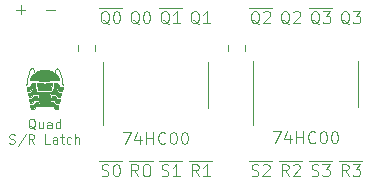
<source format=gbr>
%TF.GenerationSoftware,KiCad,Pcbnew,(6.0.0-0)*%
%TF.CreationDate,2022-07-05T22:52:53-04:00*%
%TF.ProjectId,IO-VGA-nand-gates,494f2d56-4741-42d6-9e61-6e642d676174,rev?*%
%TF.SameCoordinates,Original*%
%TF.FileFunction,Legend,Top*%
%TF.FilePolarity,Positive*%
%FSLAX46Y46*%
G04 Gerber Fmt 4.6, Leading zero omitted, Abs format (unit mm)*
G04 Created by KiCad (PCBNEW (6.0.0-0)) date 2022-07-05 22:52:53*
%MOMM*%
%LPD*%
G01*
G04 APERTURE LIST*
%ADD10C,0.100000*%
%ADD11C,0.120000*%
%ADD12C,0.013229*%
G04 APERTURE END LIST*
D10*
X151138285Y-95464380D02*
X151804952Y-95464380D01*
X151376380Y-96464380D01*
X152614476Y-95797714D02*
X152614476Y-96464380D01*
X152376380Y-95416761D02*
X152138285Y-96131047D01*
X152757333Y-96131047D01*
X153138285Y-96464380D02*
X153138285Y-95464380D01*
X153138285Y-95940571D02*
X153709714Y-95940571D01*
X153709714Y-96464380D02*
X153709714Y-95464380D01*
X154757333Y-96369142D02*
X154709714Y-96416761D01*
X154566857Y-96464380D01*
X154471619Y-96464380D01*
X154328761Y-96416761D01*
X154233523Y-96321523D01*
X154185904Y-96226285D01*
X154138285Y-96035809D01*
X154138285Y-95892952D01*
X154185904Y-95702476D01*
X154233523Y-95607238D01*
X154328761Y-95512000D01*
X154471619Y-95464380D01*
X154566857Y-95464380D01*
X154709714Y-95512000D01*
X154757333Y-95559619D01*
X155376380Y-95464380D02*
X155471619Y-95464380D01*
X155566857Y-95512000D01*
X155614476Y-95559619D01*
X155662095Y-95654857D01*
X155709714Y-95845333D01*
X155709714Y-96083428D01*
X155662095Y-96273904D01*
X155614476Y-96369142D01*
X155566857Y-96416761D01*
X155471619Y-96464380D01*
X155376380Y-96464380D01*
X155281142Y-96416761D01*
X155233523Y-96369142D01*
X155185904Y-96273904D01*
X155138285Y-96083428D01*
X155138285Y-95845333D01*
X155185904Y-95654857D01*
X155233523Y-95559619D01*
X155281142Y-95512000D01*
X155376380Y-95464380D01*
X156328761Y-95464380D02*
X156424000Y-95464380D01*
X156519238Y-95512000D01*
X156566857Y-95559619D01*
X156614476Y-95654857D01*
X156662095Y-95845333D01*
X156662095Y-96083428D01*
X156614476Y-96273904D01*
X156566857Y-96369142D01*
X156519238Y-96416761D01*
X156424000Y-96464380D01*
X156328761Y-96464380D01*
X156233523Y-96416761D01*
X156185904Y-96369142D01*
X156138285Y-96273904D01*
X156090666Y-96083428D01*
X156090666Y-95845333D01*
X156138285Y-95654857D01*
X156185904Y-95559619D01*
X156233523Y-95512000D01*
X156328761Y-95464380D01*
X157638761Y-86399619D02*
X157543523Y-86352000D01*
X157448285Y-86256761D01*
X157305428Y-86113904D01*
X157210190Y-86066285D01*
X157114952Y-86066285D01*
X157162571Y-86304380D02*
X157067333Y-86256761D01*
X156972095Y-86161523D01*
X156924476Y-85971047D01*
X156924476Y-85637714D01*
X156972095Y-85447238D01*
X157067333Y-85352000D01*
X157162571Y-85304380D01*
X157353047Y-85304380D01*
X157448285Y-85352000D01*
X157543523Y-85447238D01*
X157591142Y-85637714D01*
X157591142Y-85971047D01*
X157543523Y-86161523D01*
X157448285Y-86256761D01*
X157353047Y-86304380D01*
X157162571Y-86304380D01*
X157924476Y-85304380D02*
X158543523Y-85304380D01*
X158210190Y-85685333D01*
X158353047Y-85685333D01*
X158448285Y-85732952D01*
X158495904Y-85780571D01*
X158543523Y-85875809D01*
X158543523Y-86113904D01*
X158495904Y-86209142D01*
X158448285Y-86256761D01*
X158353047Y-86304380D01*
X158067333Y-86304380D01*
X157972095Y-86256761D01*
X157924476Y-86209142D01*
X154194000Y-85022000D02*
X155241619Y-85022000D01*
X155098761Y-86399619D02*
X155003523Y-86352000D01*
X154908285Y-86256761D01*
X154765428Y-86113904D01*
X154670190Y-86066285D01*
X154574952Y-86066285D01*
X154622571Y-86304380D02*
X154527333Y-86256761D01*
X154432095Y-86161523D01*
X154384476Y-85971047D01*
X154384476Y-85637714D01*
X154432095Y-85447238D01*
X154527333Y-85352000D01*
X154622571Y-85304380D01*
X154813047Y-85304380D01*
X154908285Y-85352000D01*
X155003523Y-85447238D01*
X155051142Y-85637714D01*
X155051142Y-85971047D01*
X155003523Y-86161523D01*
X154908285Y-86256761D01*
X154813047Y-86304380D01*
X154622571Y-86304380D01*
X155241619Y-85022000D02*
X156194000Y-85022000D01*
X155384476Y-85304380D02*
X156003523Y-85304380D01*
X155670190Y-85685333D01*
X155813047Y-85685333D01*
X155908285Y-85732952D01*
X155955904Y-85780571D01*
X156003523Y-85875809D01*
X156003523Y-86113904D01*
X155955904Y-86209142D01*
X155908285Y-86256761D01*
X155813047Y-86304380D01*
X155527333Y-86304380D01*
X155432095Y-86256761D01*
X155384476Y-86209142D01*
X149114000Y-85022000D02*
X150161619Y-85022000D01*
X150018761Y-86399619D02*
X149923523Y-86352000D01*
X149828285Y-86256761D01*
X149685428Y-86113904D01*
X149590190Y-86066285D01*
X149494952Y-86066285D01*
X149542571Y-86304380D02*
X149447333Y-86256761D01*
X149352095Y-86161523D01*
X149304476Y-85971047D01*
X149304476Y-85637714D01*
X149352095Y-85447238D01*
X149447333Y-85352000D01*
X149542571Y-85304380D01*
X149733047Y-85304380D01*
X149828285Y-85352000D01*
X149923523Y-85447238D01*
X149971142Y-85637714D01*
X149971142Y-85971047D01*
X149923523Y-86161523D01*
X149828285Y-86256761D01*
X149733047Y-86304380D01*
X149542571Y-86304380D01*
X150161619Y-85022000D02*
X151114000Y-85022000D01*
X150352095Y-85399619D02*
X150399714Y-85352000D01*
X150494952Y-85304380D01*
X150733047Y-85304380D01*
X150828285Y-85352000D01*
X150875904Y-85399619D01*
X150923523Y-85494857D01*
X150923523Y-85590095D01*
X150875904Y-85732952D01*
X150304476Y-86304380D01*
X150923523Y-86304380D01*
X152558761Y-86399619D02*
X152463523Y-86352000D01*
X152368285Y-86256761D01*
X152225428Y-86113904D01*
X152130190Y-86066285D01*
X152034952Y-86066285D01*
X152082571Y-86304380D02*
X151987333Y-86256761D01*
X151892095Y-86161523D01*
X151844476Y-85971047D01*
X151844476Y-85637714D01*
X151892095Y-85447238D01*
X151987333Y-85352000D01*
X152082571Y-85304380D01*
X152273047Y-85304380D01*
X152368285Y-85352000D01*
X152463523Y-85447238D01*
X152511142Y-85637714D01*
X152511142Y-85971047D01*
X152463523Y-86161523D01*
X152368285Y-86256761D01*
X152273047Y-86304380D01*
X152082571Y-86304380D01*
X152892095Y-85399619D02*
X152939714Y-85352000D01*
X153034952Y-85304380D01*
X153273047Y-85304380D01*
X153368285Y-85352000D01*
X153415904Y-85399619D01*
X153463523Y-85494857D01*
X153463523Y-85590095D01*
X153415904Y-85732952D01*
X152844476Y-86304380D01*
X153463523Y-86304380D01*
X156757809Y-97976000D02*
X157757809Y-97976000D01*
X157567333Y-99258380D02*
X157234000Y-98782190D01*
X156995904Y-99258380D02*
X156995904Y-98258380D01*
X157376857Y-98258380D01*
X157472095Y-98306000D01*
X157519714Y-98353619D01*
X157567333Y-98448857D01*
X157567333Y-98591714D01*
X157519714Y-98686952D01*
X157472095Y-98734571D01*
X157376857Y-98782190D01*
X156995904Y-98782190D01*
X157757809Y-97976000D02*
X158710190Y-97976000D01*
X157900666Y-98258380D02*
X158519714Y-98258380D01*
X158186380Y-98639333D01*
X158329238Y-98639333D01*
X158424476Y-98686952D01*
X158472095Y-98734571D01*
X158519714Y-98829809D01*
X158519714Y-99067904D01*
X158472095Y-99163142D01*
X158424476Y-99210761D01*
X158329238Y-99258380D01*
X158043523Y-99258380D01*
X157948285Y-99210761D01*
X157900666Y-99163142D01*
X154241619Y-97976000D02*
X155194000Y-97976000D01*
X154432095Y-99210761D02*
X154574952Y-99258380D01*
X154813047Y-99258380D01*
X154908285Y-99210761D01*
X154955904Y-99163142D01*
X155003523Y-99067904D01*
X155003523Y-98972666D01*
X154955904Y-98877428D01*
X154908285Y-98829809D01*
X154813047Y-98782190D01*
X154622571Y-98734571D01*
X154527333Y-98686952D01*
X154479714Y-98639333D01*
X154432095Y-98544095D01*
X154432095Y-98448857D01*
X154479714Y-98353619D01*
X154527333Y-98306000D01*
X154622571Y-98258380D01*
X154860666Y-98258380D01*
X155003523Y-98306000D01*
X155194000Y-97976000D02*
X156146380Y-97976000D01*
X155336857Y-98258380D02*
X155955904Y-98258380D01*
X155622571Y-98639333D01*
X155765428Y-98639333D01*
X155860666Y-98686952D01*
X155908285Y-98734571D01*
X155955904Y-98829809D01*
X155955904Y-99067904D01*
X155908285Y-99163142D01*
X155860666Y-99210761D01*
X155765428Y-99258380D01*
X155479714Y-99258380D01*
X155384476Y-99210761D01*
X155336857Y-99163142D01*
X151677809Y-97976000D02*
X152677809Y-97976000D01*
X152487333Y-99258380D02*
X152154000Y-98782190D01*
X151915904Y-99258380D02*
X151915904Y-98258380D01*
X152296857Y-98258380D01*
X152392095Y-98306000D01*
X152439714Y-98353619D01*
X152487333Y-98448857D01*
X152487333Y-98591714D01*
X152439714Y-98686952D01*
X152392095Y-98734571D01*
X152296857Y-98782190D01*
X151915904Y-98782190D01*
X152677809Y-97976000D02*
X153630190Y-97976000D01*
X152868285Y-98353619D02*
X152915904Y-98306000D01*
X153011142Y-98258380D01*
X153249238Y-98258380D01*
X153344476Y-98306000D01*
X153392095Y-98353619D01*
X153439714Y-98448857D01*
X153439714Y-98544095D01*
X153392095Y-98686952D01*
X152820666Y-99258380D01*
X153439714Y-99258380D01*
X149161619Y-97976000D02*
X150114000Y-97976000D01*
X149352095Y-99210761D02*
X149494952Y-99258380D01*
X149733047Y-99258380D01*
X149828285Y-99210761D01*
X149875904Y-99163142D01*
X149923523Y-99067904D01*
X149923523Y-98972666D01*
X149875904Y-98877428D01*
X149828285Y-98829809D01*
X149733047Y-98782190D01*
X149542571Y-98734571D01*
X149447333Y-98686952D01*
X149399714Y-98639333D01*
X149352095Y-98544095D01*
X149352095Y-98448857D01*
X149399714Y-98353619D01*
X149447333Y-98306000D01*
X149542571Y-98258380D01*
X149780666Y-98258380D01*
X149923523Y-98306000D01*
X150114000Y-97976000D02*
X151066380Y-97976000D01*
X150304476Y-98353619D02*
X150352095Y-98306000D01*
X150447333Y-98258380D01*
X150685428Y-98258380D01*
X150780666Y-98306000D01*
X150828285Y-98353619D01*
X150875904Y-98448857D01*
X150875904Y-98544095D01*
X150828285Y-98686952D01*
X150256857Y-99258380D01*
X150875904Y-99258380D01*
X144067809Y-97976000D02*
X145067809Y-97976000D01*
X144877333Y-99258380D02*
X144544000Y-98782190D01*
X144305904Y-99258380D02*
X144305904Y-98258380D01*
X144686857Y-98258380D01*
X144782095Y-98306000D01*
X144829714Y-98353619D01*
X144877333Y-98448857D01*
X144877333Y-98591714D01*
X144829714Y-98686952D01*
X144782095Y-98734571D01*
X144686857Y-98782190D01*
X144305904Y-98782190D01*
X145067809Y-97976000D02*
X146020190Y-97976000D01*
X145829714Y-99258380D02*
X145258285Y-99258380D01*
X145544000Y-99258380D02*
X145544000Y-98258380D01*
X145448761Y-98401238D01*
X145353523Y-98496476D01*
X145258285Y-98544095D01*
X136404000Y-85022000D02*
X137451619Y-85022000D01*
X137308761Y-86399619D02*
X137213523Y-86352000D01*
X137118285Y-86256761D01*
X136975428Y-86113904D01*
X136880190Y-86066285D01*
X136784952Y-86066285D01*
X136832571Y-86304380D02*
X136737333Y-86256761D01*
X136642095Y-86161523D01*
X136594476Y-85971047D01*
X136594476Y-85637714D01*
X136642095Y-85447238D01*
X136737333Y-85352000D01*
X136832571Y-85304380D01*
X137023047Y-85304380D01*
X137118285Y-85352000D01*
X137213523Y-85447238D01*
X137261142Y-85637714D01*
X137261142Y-85971047D01*
X137213523Y-86161523D01*
X137118285Y-86256761D01*
X137023047Y-86304380D01*
X136832571Y-86304380D01*
X137451619Y-85022000D02*
X138404000Y-85022000D01*
X137880190Y-85304380D02*
X137975428Y-85304380D01*
X138070666Y-85352000D01*
X138118285Y-85399619D01*
X138165904Y-85494857D01*
X138213523Y-85685333D01*
X138213523Y-85923428D01*
X138165904Y-86113904D01*
X138118285Y-86209142D01*
X138070666Y-86256761D01*
X137975428Y-86304380D01*
X137880190Y-86304380D01*
X137784952Y-86256761D01*
X137737333Y-86209142D01*
X137689714Y-86113904D01*
X137642095Y-85923428D01*
X137642095Y-85685333D01*
X137689714Y-85494857D01*
X137737333Y-85399619D01*
X137784952Y-85352000D01*
X137880190Y-85304380D01*
X131045047Y-95298095D02*
X130968857Y-95260000D01*
X130892666Y-95183809D01*
X130778380Y-95069523D01*
X130702190Y-95031428D01*
X130626000Y-95031428D01*
X130664095Y-95221904D02*
X130587904Y-95183809D01*
X130511714Y-95107619D01*
X130473619Y-94955238D01*
X130473619Y-94688571D01*
X130511714Y-94536190D01*
X130587904Y-94460000D01*
X130664095Y-94421904D01*
X130816476Y-94421904D01*
X130892666Y-94460000D01*
X130968857Y-94536190D01*
X131006952Y-94688571D01*
X131006952Y-94955238D01*
X130968857Y-95107619D01*
X130892666Y-95183809D01*
X130816476Y-95221904D01*
X130664095Y-95221904D01*
X131692666Y-94688571D02*
X131692666Y-95221904D01*
X131349809Y-94688571D02*
X131349809Y-95107619D01*
X131387904Y-95183809D01*
X131464095Y-95221904D01*
X131578380Y-95221904D01*
X131654571Y-95183809D01*
X131692666Y-95145714D01*
X132416476Y-95221904D02*
X132416476Y-94802857D01*
X132378380Y-94726666D01*
X132302190Y-94688571D01*
X132149809Y-94688571D01*
X132073619Y-94726666D01*
X132416476Y-95183809D02*
X132340285Y-95221904D01*
X132149809Y-95221904D01*
X132073619Y-95183809D01*
X132035523Y-95107619D01*
X132035523Y-95031428D01*
X132073619Y-94955238D01*
X132149809Y-94917142D01*
X132340285Y-94917142D01*
X132416476Y-94879047D01*
X133140285Y-95221904D02*
X133140285Y-94421904D01*
X133140285Y-95183809D02*
X133064095Y-95221904D01*
X132911714Y-95221904D01*
X132835523Y-95183809D01*
X132797428Y-95145714D01*
X132759333Y-95069523D01*
X132759333Y-94840952D01*
X132797428Y-94764761D01*
X132835523Y-94726666D01*
X132911714Y-94688571D01*
X133064095Y-94688571D01*
X133140285Y-94726666D01*
X128854571Y-96471809D02*
X128968857Y-96509904D01*
X129159333Y-96509904D01*
X129235523Y-96471809D01*
X129273619Y-96433714D01*
X129311714Y-96357523D01*
X129311714Y-96281333D01*
X129273619Y-96205142D01*
X129235523Y-96167047D01*
X129159333Y-96128952D01*
X129006952Y-96090857D01*
X128930761Y-96052761D01*
X128892666Y-96014666D01*
X128854571Y-95938476D01*
X128854571Y-95862285D01*
X128892666Y-95786095D01*
X128930761Y-95748000D01*
X129006952Y-95709904D01*
X129197428Y-95709904D01*
X129311714Y-95748000D01*
X130226000Y-95671809D02*
X129540285Y-96700380D01*
X130949809Y-96509904D02*
X130683142Y-96128952D01*
X130492666Y-96509904D02*
X130492666Y-95709904D01*
X130797428Y-95709904D01*
X130873619Y-95748000D01*
X130911714Y-95786095D01*
X130949809Y-95862285D01*
X130949809Y-95976571D01*
X130911714Y-96052761D01*
X130873619Y-96090857D01*
X130797428Y-96128952D01*
X130492666Y-96128952D01*
X132283142Y-96509904D02*
X131902190Y-96509904D01*
X131902190Y-95709904D01*
X132892666Y-96509904D02*
X132892666Y-96090857D01*
X132854571Y-96014666D01*
X132778380Y-95976571D01*
X132626000Y-95976571D01*
X132549809Y-96014666D01*
X132892666Y-96471809D02*
X132816476Y-96509904D01*
X132626000Y-96509904D01*
X132549809Y-96471809D01*
X132511714Y-96395619D01*
X132511714Y-96319428D01*
X132549809Y-96243238D01*
X132626000Y-96205142D01*
X132816476Y-96205142D01*
X132892666Y-96167047D01*
X133159333Y-95976571D02*
X133464095Y-95976571D01*
X133273619Y-95709904D02*
X133273619Y-96395619D01*
X133311714Y-96471809D01*
X133387904Y-96509904D01*
X133464095Y-96509904D01*
X134073619Y-96471809D02*
X133997428Y-96509904D01*
X133845047Y-96509904D01*
X133768857Y-96471809D01*
X133730761Y-96433714D01*
X133692666Y-96357523D01*
X133692666Y-96128952D01*
X133730761Y-96052761D01*
X133768857Y-96014666D01*
X133845047Y-95976571D01*
X133997428Y-95976571D01*
X134073619Y-96014666D01*
X134416476Y-96509904D02*
X134416476Y-95709904D01*
X134759333Y-96509904D02*
X134759333Y-96090857D01*
X134721238Y-96014666D01*
X134645047Y-95976571D01*
X134530761Y-95976571D01*
X134454571Y-96014666D01*
X134416476Y-96052761D01*
X129413047Y-85161428D02*
X130174952Y-85161428D01*
X129794000Y-85542380D02*
X129794000Y-84780476D01*
X138940190Y-97976000D02*
X139940190Y-97976000D01*
X139749714Y-99258380D02*
X139416380Y-98782190D01*
X139178285Y-99258380D02*
X139178285Y-98258380D01*
X139559238Y-98258380D01*
X139654476Y-98306000D01*
X139702095Y-98353619D01*
X139749714Y-98448857D01*
X139749714Y-98591714D01*
X139702095Y-98686952D01*
X139654476Y-98734571D01*
X139559238Y-98782190D01*
X139178285Y-98782190D01*
X139940190Y-97976000D02*
X140987809Y-97976000D01*
X140368761Y-98258380D02*
X140559238Y-98258380D01*
X140654476Y-98306000D01*
X140749714Y-98401238D01*
X140797333Y-98591714D01*
X140797333Y-98925047D01*
X140749714Y-99115523D01*
X140654476Y-99210761D01*
X140559238Y-99258380D01*
X140368761Y-99258380D01*
X140273523Y-99210761D01*
X140178285Y-99115523D01*
X140130666Y-98925047D01*
X140130666Y-98591714D01*
X140178285Y-98401238D01*
X140273523Y-98306000D01*
X140368761Y-98258380D01*
X141484000Y-85022000D02*
X142531619Y-85022000D01*
X142388761Y-86399619D02*
X142293523Y-86352000D01*
X142198285Y-86256761D01*
X142055428Y-86113904D01*
X141960190Y-86066285D01*
X141864952Y-86066285D01*
X141912571Y-86304380D02*
X141817333Y-86256761D01*
X141722095Y-86161523D01*
X141674476Y-85971047D01*
X141674476Y-85637714D01*
X141722095Y-85447238D01*
X141817333Y-85352000D01*
X141912571Y-85304380D01*
X142103047Y-85304380D01*
X142198285Y-85352000D01*
X142293523Y-85447238D01*
X142341142Y-85637714D01*
X142341142Y-85971047D01*
X142293523Y-86161523D01*
X142198285Y-86256761D01*
X142103047Y-86304380D01*
X141912571Y-86304380D01*
X142531619Y-85022000D02*
X143484000Y-85022000D01*
X143293523Y-86304380D02*
X142722095Y-86304380D01*
X143007809Y-86304380D02*
X143007809Y-85304380D01*
X142912571Y-85447238D01*
X142817333Y-85542476D01*
X142722095Y-85590095D01*
X136471619Y-97976000D02*
X137424000Y-97976000D01*
X136662095Y-99210761D02*
X136804952Y-99258380D01*
X137043047Y-99258380D01*
X137138285Y-99210761D01*
X137185904Y-99163142D01*
X137233523Y-99067904D01*
X137233523Y-98972666D01*
X137185904Y-98877428D01*
X137138285Y-98829809D01*
X137043047Y-98782190D01*
X136852571Y-98734571D01*
X136757333Y-98686952D01*
X136709714Y-98639333D01*
X136662095Y-98544095D01*
X136662095Y-98448857D01*
X136709714Y-98353619D01*
X136757333Y-98306000D01*
X136852571Y-98258380D01*
X137090666Y-98258380D01*
X137233523Y-98306000D01*
X137424000Y-97976000D02*
X138376380Y-97976000D01*
X137852571Y-98258380D02*
X137947809Y-98258380D01*
X138043047Y-98306000D01*
X138090666Y-98353619D01*
X138138285Y-98448857D01*
X138185904Y-98639333D01*
X138185904Y-98877428D01*
X138138285Y-99067904D01*
X138090666Y-99163142D01*
X138043047Y-99210761D01*
X137947809Y-99258380D01*
X137852571Y-99258380D01*
X137757333Y-99210761D01*
X137709714Y-99163142D01*
X137662095Y-99067904D01*
X137614476Y-98877428D01*
X137614476Y-98639333D01*
X137662095Y-98448857D01*
X137709714Y-98353619D01*
X137757333Y-98306000D01*
X137852571Y-98258380D01*
X139848761Y-86399619D02*
X139753523Y-86352000D01*
X139658285Y-86256761D01*
X139515428Y-86113904D01*
X139420190Y-86066285D01*
X139324952Y-86066285D01*
X139372571Y-86304380D02*
X139277333Y-86256761D01*
X139182095Y-86161523D01*
X139134476Y-85971047D01*
X139134476Y-85637714D01*
X139182095Y-85447238D01*
X139277333Y-85352000D01*
X139372571Y-85304380D01*
X139563047Y-85304380D01*
X139658285Y-85352000D01*
X139753523Y-85447238D01*
X139801142Y-85637714D01*
X139801142Y-85971047D01*
X139753523Y-86161523D01*
X139658285Y-86256761D01*
X139563047Y-86304380D01*
X139372571Y-86304380D01*
X140420190Y-85304380D02*
X140515428Y-85304380D01*
X140610666Y-85352000D01*
X140658285Y-85399619D01*
X140705904Y-85494857D01*
X140753523Y-85685333D01*
X140753523Y-85923428D01*
X140705904Y-86113904D01*
X140658285Y-86209142D01*
X140610666Y-86256761D01*
X140515428Y-86304380D01*
X140420190Y-86304380D01*
X140324952Y-86256761D01*
X140277333Y-86209142D01*
X140229714Y-86113904D01*
X140182095Y-85923428D01*
X140182095Y-85685333D01*
X140229714Y-85494857D01*
X140277333Y-85399619D01*
X140324952Y-85352000D01*
X140420190Y-85304380D01*
X131953047Y-85161428D02*
X132714952Y-85161428D01*
X141551619Y-97976000D02*
X142504000Y-97976000D01*
X141742095Y-99210761D02*
X141884952Y-99258380D01*
X142123047Y-99258380D01*
X142218285Y-99210761D01*
X142265904Y-99163142D01*
X142313523Y-99067904D01*
X142313523Y-98972666D01*
X142265904Y-98877428D01*
X142218285Y-98829809D01*
X142123047Y-98782190D01*
X141932571Y-98734571D01*
X141837333Y-98686952D01*
X141789714Y-98639333D01*
X141742095Y-98544095D01*
X141742095Y-98448857D01*
X141789714Y-98353619D01*
X141837333Y-98306000D01*
X141932571Y-98258380D01*
X142170666Y-98258380D01*
X142313523Y-98306000D01*
X142504000Y-97976000D02*
X143456380Y-97976000D01*
X143265904Y-99258380D02*
X142694476Y-99258380D01*
X142980190Y-99258380D02*
X142980190Y-98258380D01*
X142884952Y-98401238D01*
X142789714Y-98496476D01*
X142694476Y-98544095D01*
X144928761Y-86399619D02*
X144833523Y-86352000D01*
X144738285Y-86256761D01*
X144595428Y-86113904D01*
X144500190Y-86066285D01*
X144404952Y-86066285D01*
X144452571Y-86304380D02*
X144357333Y-86256761D01*
X144262095Y-86161523D01*
X144214476Y-85971047D01*
X144214476Y-85637714D01*
X144262095Y-85447238D01*
X144357333Y-85352000D01*
X144452571Y-85304380D01*
X144643047Y-85304380D01*
X144738285Y-85352000D01*
X144833523Y-85447238D01*
X144881142Y-85637714D01*
X144881142Y-85971047D01*
X144833523Y-86161523D01*
X144738285Y-86256761D01*
X144643047Y-86304380D01*
X144452571Y-86304380D01*
X145833523Y-86304380D02*
X145262095Y-86304380D01*
X145547809Y-86304380D02*
X145547809Y-85304380D01*
X145452571Y-85447238D01*
X145357333Y-85542476D01*
X145262095Y-85590095D01*
%TO.C,U1*%
X138438285Y-95530380D02*
X139104952Y-95530380D01*
X138676380Y-96530380D01*
X139914476Y-95863714D02*
X139914476Y-96530380D01*
X139676380Y-95482761D02*
X139438285Y-96197047D01*
X140057333Y-96197047D01*
X140438285Y-96530380D02*
X140438285Y-95530380D01*
X140438285Y-96006571D02*
X141009714Y-96006571D01*
X141009714Y-96530380D02*
X141009714Y-95530380D01*
X142057333Y-96435142D02*
X142009714Y-96482761D01*
X141866857Y-96530380D01*
X141771619Y-96530380D01*
X141628761Y-96482761D01*
X141533523Y-96387523D01*
X141485904Y-96292285D01*
X141438285Y-96101809D01*
X141438285Y-95958952D01*
X141485904Y-95768476D01*
X141533523Y-95673238D01*
X141628761Y-95578000D01*
X141771619Y-95530380D01*
X141866857Y-95530380D01*
X142009714Y-95578000D01*
X142057333Y-95625619D01*
X142676380Y-95530380D02*
X142771619Y-95530380D01*
X142866857Y-95578000D01*
X142914476Y-95625619D01*
X142962095Y-95720857D01*
X143009714Y-95911333D01*
X143009714Y-96149428D01*
X142962095Y-96339904D01*
X142914476Y-96435142D01*
X142866857Y-96482761D01*
X142771619Y-96530380D01*
X142676380Y-96530380D01*
X142581142Y-96482761D01*
X142533523Y-96435142D01*
X142485904Y-96339904D01*
X142438285Y-96149428D01*
X142438285Y-95911333D01*
X142485904Y-95720857D01*
X142533523Y-95625619D01*
X142581142Y-95578000D01*
X142676380Y-95530380D01*
X143628761Y-95530380D02*
X143724000Y-95530380D01*
X143819238Y-95578000D01*
X143866857Y-95625619D01*
X143914476Y-95720857D01*
X143962095Y-95911333D01*
X143962095Y-96149428D01*
X143914476Y-96339904D01*
X143866857Y-96435142D01*
X143819238Y-96482761D01*
X143724000Y-96530380D01*
X143628761Y-96530380D01*
X143533523Y-96482761D01*
X143485904Y-96435142D01*
X143438285Y-96339904D01*
X143390666Y-96149428D01*
X143390666Y-95911333D01*
X143438285Y-95720857D01*
X143485904Y-95625619D01*
X143533523Y-95578000D01*
X143628761Y-95530380D01*
D11*
%TO.C,U2*%
X158359000Y-91440000D02*
X158359000Y-89490000D01*
X158359000Y-91440000D02*
X158359000Y-93390000D01*
X149489000Y-91440000D02*
X149489000Y-89490000D01*
X149489000Y-91440000D02*
X149489000Y-94890000D01*
%TO.C,C2*%
X148817000Y-88130748D02*
X148817000Y-88653252D01*
X147347000Y-88130748D02*
X147347000Y-88653252D01*
D12*
%TO.C,REF\u002A\u002A*%
X133004560Y-90221396D02*
X133026349Y-90251475D01*
X130339440Y-91192974D02*
X130316053Y-91354042D01*
X133026349Y-90251475D02*
X133068942Y-90323176D01*
X132905605Y-90143352D02*
X132924118Y-90149864D01*
X130830244Y-90149999D02*
X130814602Y-90137069D01*
X130507687Y-90477559D02*
X130474794Y-90576609D01*
X130798417Y-90127697D02*
X130781674Y-90122048D01*
X130764355Y-90120289D02*
X130746445Y-90122582D01*
X130991620Y-90566871D02*
X130971150Y-90479923D01*
X130625652Y-90230705D02*
X130625652Y-90230705D01*
X132870383Y-90142818D02*
X132887699Y-90141058D01*
X130746445Y-90122582D02*
X130727927Y-90129094D01*
X131028914Y-90754436D02*
X130991620Y-90566871D01*
X132777979Y-90229262D02*
X132806699Y-90187093D01*
X132623092Y-90775206D02*
X132660399Y-90587641D01*
X132589786Y-90972200D02*
X132623092Y-90775206D01*
X130625652Y-90230705D02*
X130583037Y-90302407D01*
X132837458Y-90157838D02*
X132853641Y-90148467D01*
X130647453Y-90200627D02*
X130625652Y-90230705D01*
X132702745Y-90420062D02*
X132726131Y-90347066D01*
X132983459Y-90196361D02*
X133004560Y-90221396D01*
X132853641Y-90148467D02*
X132870383Y-90142818D01*
X132751166Y-90283027D02*
X132777979Y-90229262D01*
X130583037Y-90302407D02*
X130543741Y-90385425D01*
X130418181Y-90786660D02*
X130373273Y-90997981D01*
X132660399Y-90587641D02*
X132680877Y-90500693D01*
X130543741Y-90385425D02*
X130507687Y-90477559D01*
X131062215Y-90951430D02*
X131028914Y-90754436D01*
X130316053Y-91354042D02*
X130298098Y-91504013D01*
X130708785Y-90139990D02*
X130689003Y-90155434D01*
X132680877Y-90500693D02*
X132702745Y-90420062D01*
X130925913Y-90326296D02*
X130900885Y-90262257D01*
X133335930Y-91374700D02*
X133353903Y-91524650D01*
X132924118Y-90149864D02*
X132943254Y-90160760D01*
X132943254Y-90160760D02*
X132963029Y-90176204D01*
X130689003Y-90155434D02*
X130668564Y-90175591D01*
X130949291Y-90399292D02*
X130925913Y-90326296D01*
X133312527Y-91213653D02*
X133335930Y-91374700D01*
X130845360Y-90166323D02*
X130830244Y-90149999D01*
X130781674Y-90122048D02*
X130764355Y-90120289D01*
X130373273Y-90997981D02*
X130339440Y-91192974D01*
X132806699Y-90187093D02*
X132821816Y-90170769D01*
X133108222Y-90406189D02*
X133144265Y-90498316D01*
X133206957Y-90701115D02*
X133233762Y-90807388D01*
X133068942Y-90323176D02*
X133108222Y-90406189D01*
X130900885Y-90262257D02*
X130874077Y-90208492D01*
X132821816Y-90170769D02*
X132837458Y-90157838D01*
X130727927Y-90129094D02*
X130708785Y-90139990D01*
X132963029Y-90176204D02*
X132983459Y-90196361D01*
X133177151Y-90597358D02*
X133206957Y-90701115D01*
X130814602Y-90137069D02*
X130798417Y-90127697D01*
X133233762Y-90807388D02*
X133278679Y-91018684D01*
X130474794Y-90576609D02*
X130444985Y-90680376D01*
X130668564Y-90175591D02*
X130647453Y-90200627D01*
X133144265Y-90498316D02*
X133177151Y-90597358D01*
X130971150Y-90479923D02*
X130949291Y-90399292D01*
X130444985Y-90680376D02*
X130418181Y-90786660D01*
X130874077Y-90208492D02*
X130845360Y-90166323D01*
X133026349Y-90251475D02*
X133026349Y-90251475D01*
X133278679Y-91018684D02*
X133312527Y-91213653D01*
X132887699Y-90141058D02*
X132905605Y-90143352D01*
X132726131Y-90347066D02*
X132751166Y-90283027D01*
X131350610Y-92656538D02*
X131463058Y-93353714D01*
X131463058Y-93353714D02*
X132163014Y-93353714D01*
X132163014Y-93353714D02*
X132275462Y-92656538D01*
X132275462Y-92656538D02*
X131350610Y-92656538D01*
X131350610Y-92656538D02*
X131350610Y-92656538D01*
G36*
X132163014Y-93353714D02*
G01*
X131463058Y-93353714D01*
X131350610Y-92656538D01*
X132275462Y-92656538D01*
X132163014Y-93353714D01*
G37*
X132163014Y-93353714D02*
X131463058Y-93353714D01*
X131350610Y-92656538D01*
X132275462Y-92656538D01*
X132163014Y-93353714D01*
X131812970Y-90249094D02*
X131746887Y-90250906D01*
X131746887Y-90250906D02*
X131681630Y-90256209D01*
X131681630Y-90256209D02*
X131617297Y-90264804D01*
X131617297Y-90264804D02*
X131553984Y-90276492D01*
X131553984Y-90276492D02*
X131491790Y-90291073D01*
X131491790Y-90291073D02*
X131430810Y-90308348D01*
X131430810Y-90308348D02*
X131371143Y-90328118D01*
X131371143Y-90328118D02*
X131312885Y-90350183D01*
X131312885Y-90350183D02*
X131200984Y-90400403D01*
X131200984Y-90400403D02*
X131095886Y-90457414D01*
X131095886Y-90457414D02*
X130998366Y-90519621D01*
X130998366Y-90519621D02*
X130909203Y-90585429D01*
X130909203Y-90585429D02*
X130829172Y-90653245D01*
X130829172Y-90653245D02*
X130759051Y-90721475D01*
X130759051Y-90721475D02*
X130699617Y-90788523D01*
X130699617Y-90788523D02*
X130651645Y-90852797D01*
X130651645Y-90852797D02*
X130615915Y-90912701D01*
X130615915Y-90912701D02*
X130593201Y-90966641D01*
X130593201Y-90966641D02*
X130586969Y-90990876D01*
X130586969Y-90990876D02*
X130584282Y-91013023D01*
X130584282Y-91013023D02*
X130585238Y-91032881D01*
X130585238Y-91032881D02*
X130589933Y-91050253D01*
X130589933Y-91050253D02*
X130596577Y-91062530D01*
X130596577Y-91062530D02*
X130605749Y-91073428D01*
X130605749Y-91073428D02*
X130617346Y-91083035D01*
X130617346Y-91083035D02*
X130631267Y-91091440D01*
X130631267Y-91091440D02*
X130647407Y-91098734D01*
X130647407Y-91098734D02*
X130665665Y-91105005D01*
X130665665Y-91105005D02*
X130685937Y-91110343D01*
X130685937Y-91110343D02*
X130708122Y-91114838D01*
X130708122Y-91114838D02*
X130757816Y-91121655D01*
X130757816Y-91121655D02*
X130813927Y-91126171D01*
X130813927Y-91126171D02*
X130942110Y-91131165D01*
X130942110Y-91131165D02*
X131086101Y-91135546D01*
X131086101Y-91135546D02*
X131161970Y-91139295D01*
X131161970Y-91139295D02*
X131239326Y-91145037D01*
X131239326Y-91145037D02*
X131317349Y-91153489D01*
X131317349Y-91153489D02*
X131395215Y-91165366D01*
X131395215Y-91165366D02*
X131433833Y-91172812D01*
X131433833Y-91172812D02*
X131472105Y-91181383D01*
X131472105Y-91181383D02*
X131509926Y-91191167D01*
X131509926Y-91191167D02*
X131547196Y-91202256D01*
X131547196Y-91202256D02*
X131578788Y-91212209D01*
X131578788Y-91212209D02*
X131610659Y-91220900D01*
X131610659Y-91220900D02*
X131642770Y-91228328D01*
X131642770Y-91228328D02*
X131675086Y-91234491D01*
X131675086Y-91234491D02*
X131707568Y-91239390D01*
X131707568Y-91239390D02*
X131740180Y-91243024D01*
X131740180Y-91243024D02*
X131772884Y-91245392D01*
X131772884Y-91245392D02*
X131805644Y-91246494D01*
X131805644Y-91246494D02*
X131838421Y-91246329D01*
X131838421Y-91246329D02*
X131871180Y-91244897D01*
X131871180Y-91244897D02*
X131903882Y-91242197D01*
X131903882Y-91242197D02*
X131936491Y-91238229D01*
X131936491Y-91238229D02*
X131968970Y-91232992D01*
X131968970Y-91232992D02*
X132001281Y-91226486D01*
X132001281Y-91226486D02*
X132033387Y-91218710D01*
X132033387Y-91218710D02*
X132065251Y-91209664D01*
X132065251Y-91209664D02*
X132142672Y-91189939D01*
X132142672Y-91189939D02*
X132221603Y-91174664D01*
X132221603Y-91174664D02*
X132301243Y-91163165D01*
X132301243Y-91163165D02*
X132380789Y-91154767D01*
X132380789Y-91154767D02*
X132536386Y-91144575D01*
X132536386Y-91144575D02*
X132681977Y-91138689D01*
X132681977Y-91138689D02*
X132811141Y-91131712D01*
X132811141Y-91131712D02*
X132867557Y-91126128D01*
X132867557Y-91126128D02*
X132917458Y-91118246D01*
X132917458Y-91118246D02*
X132960043Y-91107393D01*
X132960043Y-91107393D02*
X132994509Y-91092892D01*
X132994509Y-91092892D02*
X133008447Y-91084064D01*
X133008447Y-91084064D02*
X133020054Y-91074070D01*
X133020054Y-91074070D02*
X133029229Y-91062828D01*
X133029229Y-91062828D02*
X133035874Y-91050253D01*
X133035874Y-91050253D02*
X133040588Y-91032532D01*
X133040588Y-91032532D02*
X133041549Y-91012367D01*
X133041549Y-91012367D02*
X133038856Y-90989956D01*
X133038856Y-90989956D02*
X133032606Y-90965496D01*
X133032606Y-90965496D02*
X133022899Y-90939183D01*
X133022899Y-90939183D02*
X133009833Y-90911216D01*
X133009833Y-90911216D02*
X132993505Y-90881790D01*
X132993505Y-90881790D02*
X132974015Y-90851104D01*
X132974015Y-90851104D02*
X132951460Y-90819354D01*
X132951460Y-90819354D02*
X132925939Y-90786738D01*
X132925939Y-90786738D02*
X132897550Y-90753453D01*
X132897550Y-90753453D02*
X132866391Y-90719696D01*
X132866391Y-90719696D02*
X132832561Y-90685664D01*
X132832561Y-90685664D02*
X132796158Y-90651554D01*
X132796158Y-90651554D02*
X132757280Y-90617564D01*
X132757280Y-90617564D02*
X132716026Y-90583891D01*
X132716026Y-90583891D02*
X132672493Y-90550732D01*
X132672493Y-90550732D02*
X132626781Y-90518284D01*
X132626781Y-90518284D02*
X132578987Y-90486744D01*
X132578987Y-90486744D02*
X132529210Y-90456309D01*
X132529210Y-90456309D02*
X132477548Y-90427177D01*
X132477548Y-90427177D02*
X132424099Y-90399545D01*
X132424099Y-90399545D02*
X132368962Y-90373610D01*
X132368962Y-90373610D02*
X132312234Y-90349570D01*
X132312234Y-90349570D02*
X132254015Y-90327620D01*
X132254015Y-90327620D02*
X132194403Y-90307959D01*
X132194403Y-90307959D02*
X132133495Y-90290784D01*
X132133495Y-90290784D02*
X132071391Y-90276291D01*
X132071391Y-90276291D02*
X132008188Y-90264679D01*
X132008188Y-90264679D02*
X131943984Y-90256144D01*
X131943984Y-90256144D02*
X131878879Y-90250883D01*
X131878879Y-90250883D02*
X131812970Y-90249094D01*
X131812970Y-90249094D02*
X131812970Y-90249094D01*
G36*
X131878879Y-90250883D02*
G01*
X131943984Y-90256144D01*
X132008188Y-90264679D01*
X132071391Y-90276291D01*
X132133495Y-90290784D01*
X132194403Y-90307959D01*
X132254015Y-90327620D01*
X132312234Y-90349570D01*
X132368962Y-90373610D01*
X132424099Y-90399545D01*
X132477548Y-90427177D01*
X132529210Y-90456309D01*
X132578987Y-90486744D01*
X132626781Y-90518284D01*
X132672493Y-90550732D01*
X132716026Y-90583891D01*
X132757280Y-90617564D01*
X132796158Y-90651554D01*
X132832561Y-90685664D01*
X132866391Y-90719696D01*
X132897550Y-90753453D01*
X132925939Y-90786738D01*
X132951460Y-90819354D01*
X132974015Y-90851104D01*
X132993505Y-90881790D01*
X133009833Y-90911216D01*
X133022899Y-90939183D01*
X133032606Y-90965496D01*
X133038856Y-90989956D01*
X133041549Y-91012367D01*
X133040588Y-91032532D01*
X133035874Y-91050253D01*
X133029229Y-91062828D01*
X133020054Y-91074070D01*
X133008447Y-91084064D01*
X132994509Y-91092892D01*
X132960043Y-91107393D01*
X132917458Y-91118246D01*
X132867557Y-91126128D01*
X132811141Y-91131712D01*
X132681977Y-91138689D01*
X132536386Y-91144575D01*
X132380789Y-91154767D01*
X132301243Y-91163165D01*
X132221603Y-91174664D01*
X132142672Y-91189939D01*
X132065251Y-91209664D01*
X132033387Y-91218710D01*
X132001281Y-91226486D01*
X131968970Y-91232992D01*
X131936491Y-91238229D01*
X131903882Y-91242197D01*
X131871180Y-91244897D01*
X131838421Y-91246329D01*
X131805644Y-91246494D01*
X131772884Y-91245392D01*
X131740180Y-91243024D01*
X131707568Y-91239390D01*
X131675086Y-91234491D01*
X131642770Y-91228328D01*
X131610659Y-91220900D01*
X131578788Y-91212209D01*
X131547196Y-91202256D01*
X131509926Y-91191167D01*
X131472105Y-91181383D01*
X131433833Y-91172812D01*
X131395215Y-91165366D01*
X131317349Y-91153489D01*
X131239326Y-91145037D01*
X131161970Y-91139295D01*
X131086101Y-91135546D01*
X130942110Y-91131165D01*
X130813927Y-91126171D01*
X130757816Y-91121655D01*
X130708122Y-91114838D01*
X130685937Y-91110343D01*
X130665665Y-91105005D01*
X130647407Y-91098734D01*
X130631267Y-91091440D01*
X130617346Y-91083035D01*
X130605749Y-91073428D01*
X130596577Y-91062530D01*
X130589933Y-91050253D01*
X130585238Y-91032881D01*
X130584282Y-91013023D01*
X130586969Y-90990876D01*
X130593201Y-90966641D01*
X130615915Y-90912701D01*
X130651645Y-90852797D01*
X130699617Y-90788523D01*
X130759051Y-90721475D01*
X130829172Y-90653245D01*
X130909203Y-90585429D01*
X130998366Y-90519621D01*
X131095886Y-90457414D01*
X131200984Y-90400403D01*
X131312885Y-90350183D01*
X131371143Y-90328118D01*
X131430810Y-90308348D01*
X131491790Y-90291073D01*
X131553984Y-90276492D01*
X131617297Y-90264804D01*
X131681630Y-90256209D01*
X131746887Y-90250906D01*
X131812970Y-90249094D01*
X131878879Y-90250883D01*
G37*
X131878879Y-90250883D02*
X131943984Y-90256144D01*
X132008188Y-90264679D01*
X132071391Y-90276291D01*
X132133495Y-90290784D01*
X132194403Y-90307959D01*
X132254015Y-90327620D01*
X132312234Y-90349570D01*
X132368962Y-90373610D01*
X132424099Y-90399545D01*
X132477548Y-90427177D01*
X132529210Y-90456309D01*
X132578987Y-90486744D01*
X132626781Y-90518284D01*
X132672493Y-90550732D01*
X132716026Y-90583891D01*
X132757280Y-90617564D01*
X132796158Y-90651554D01*
X132832561Y-90685664D01*
X132866391Y-90719696D01*
X132897550Y-90753453D01*
X132925939Y-90786738D01*
X132951460Y-90819354D01*
X132974015Y-90851104D01*
X132993505Y-90881790D01*
X133009833Y-90911216D01*
X133022899Y-90939183D01*
X133032606Y-90965496D01*
X133038856Y-90989956D01*
X133041549Y-91012367D01*
X133040588Y-91032532D01*
X133035874Y-91050253D01*
X133029229Y-91062828D01*
X133020054Y-91074070D01*
X133008447Y-91084064D01*
X132994509Y-91092892D01*
X132960043Y-91107393D01*
X132917458Y-91118246D01*
X132867557Y-91126128D01*
X132811141Y-91131712D01*
X132681977Y-91138689D01*
X132536386Y-91144575D01*
X132380789Y-91154767D01*
X132301243Y-91163165D01*
X132221603Y-91174664D01*
X132142672Y-91189939D01*
X132065251Y-91209664D01*
X132033387Y-91218710D01*
X132001281Y-91226486D01*
X131968970Y-91232992D01*
X131936491Y-91238229D01*
X131903882Y-91242197D01*
X131871180Y-91244897D01*
X131838421Y-91246329D01*
X131805644Y-91246494D01*
X131772884Y-91245392D01*
X131740180Y-91243024D01*
X131707568Y-91239390D01*
X131675086Y-91234491D01*
X131642770Y-91228328D01*
X131610659Y-91220900D01*
X131578788Y-91212209D01*
X131547196Y-91202256D01*
X131509926Y-91191167D01*
X131472105Y-91181383D01*
X131433833Y-91172812D01*
X131395215Y-91165366D01*
X131317349Y-91153489D01*
X131239326Y-91145037D01*
X131161970Y-91139295D01*
X131086101Y-91135546D01*
X130942110Y-91131165D01*
X130813927Y-91126171D01*
X130757816Y-91121655D01*
X130708122Y-91114838D01*
X130685937Y-91110343D01*
X130665665Y-91105005D01*
X130647407Y-91098734D01*
X130631267Y-91091440D01*
X130617346Y-91083035D01*
X130605749Y-91073428D01*
X130596577Y-91062530D01*
X130589933Y-91050253D01*
X130585238Y-91032881D01*
X130584282Y-91013023D01*
X130586969Y-90990876D01*
X130593201Y-90966641D01*
X130615915Y-90912701D01*
X130651645Y-90852797D01*
X130699617Y-90788523D01*
X130759051Y-90721475D01*
X130829172Y-90653245D01*
X130909203Y-90585429D01*
X130998366Y-90519621D01*
X131095886Y-90457414D01*
X131200984Y-90400403D01*
X131312885Y-90350183D01*
X131371143Y-90328118D01*
X131430810Y-90308348D01*
X131491790Y-90291073D01*
X131553984Y-90276492D01*
X131617297Y-90264804D01*
X131681630Y-90256209D01*
X131746887Y-90250906D01*
X131812970Y-90249094D01*
X131878879Y-90250883D01*
X131172017Y-91353465D02*
X131641123Y-91353465D01*
X131641123Y-91353465D02*
X131641902Y-91359428D01*
X131641902Y-91359428D02*
X131642853Y-91365363D01*
X131642853Y-91365363D02*
X131643974Y-91371265D01*
X131643974Y-91371265D02*
X131645264Y-91377132D01*
X131645264Y-91377132D02*
X131646723Y-91382958D01*
X131646723Y-91382958D02*
X131648350Y-91388742D01*
X131648350Y-91388742D02*
X131650144Y-91394478D01*
X131650144Y-91394478D02*
X131652103Y-91400164D01*
X131652103Y-91400164D02*
X131653154Y-91402570D01*
X131653154Y-91402570D02*
X131654251Y-91404954D01*
X131654251Y-91404954D02*
X131655393Y-91407315D01*
X131655393Y-91407315D02*
X131656580Y-91409652D01*
X131656580Y-91409652D02*
X131657812Y-91411964D01*
X131657812Y-91411964D02*
X131659088Y-91414252D01*
X131659088Y-91414252D02*
X131660408Y-91416514D01*
X131660408Y-91416514D02*
X131661771Y-91418750D01*
X131661771Y-91418750D02*
X131663177Y-91420959D01*
X131663177Y-91420959D02*
X131664627Y-91423141D01*
X131664627Y-91423141D02*
X131666118Y-91425294D01*
X131666118Y-91425294D02*
X131667651Y-91427419D01*
X131667651Y-91427419D02*
X131669226Y-91429514D01*
X131669226Y-91429514D02*
X131670842Y-91431580D01*
X131670842Y-91431580D02*
X131672499Y-91433614D01*
X131672499Y-91433614D02*
X131674196Y-91435618D01*
X131674196Y-91435618D02*
X131676485Y-91438536D01*
X131676485Y-91438536D02*
X131678825Y-91441410D01*
X131678825Y-91441410D02*
X131681216Y-91444239D01*
X131681216Y-91444239D02*
X131683658Y-91447023D01*
X131683658Y-91447023D02*
X131686150Y-91449760D01*
X131686150Y-91449760D02*
X131688691Y-91452450D01*
X131688691Y-91452450D02*
X131691281Y-91455093D01*
X131691281Y-91455093D02*
X131693919Y-91457687D01*
X131693919Y-91457687D02*
X131696603Y-91460233D01*
X131696603Y-91460233D02*
X131699335Y-91462729D01*
X131699335Y-91462729D02*
X131702112Y-91465175D01*
X131702112Y-91465175D02*
X131704934Y-91467570D01*
X131704934Y-91467570D02*
X131707801Y-91469913D01*
X131707801Y-91469913D02*
X131710711Y-91472205D01*
X131710711Y-91472205D02*
X131713665Y-91474443D01*
X131713665Y-91474443D02*
X131716661Y-91476629D01*
X131716661Y-91476629D02*
X131720535Y-91479268D01*
X131720535Y-91479268D02*
X131724466Y-91481813D01*
X131724466Y-91481813D02*
X131728452Y-91484262D01*
X131728452Y-91484262D02*
X131732492Y-91486616D01*
X131732492Y-91486616D02*
X131736585Y-91488872D01*
X131736585Y-91488872D02*
X131740727Y-91491030D01*
X131740727Y-91491030D02*
X131744918Y-91493090D01*
X131744918Y-91493090D02*
X131749156Y-91495050D01*
X131749156Y-91495050D02*
X131753439Y-91496910D01*
X131753439Y-91496910D02*
X131757765Y-91498669D01*
X131757765Y-91498669D02*
X131762132Y-91500326D01*
X131762132Y-91500326D02*
X131766539Y-91501880D01*
X131766539Y-91501880D02*
X131770984Y-91503331D01*
X131770984Y-91503331D02*
X131775465Y-91504678D01*
X131775465Y-91504678D02*
X131779980Y-91505919D01*
X131779980Y-91505919D02*
X131784527Y-91507055D01*
X131784527Y-91507055D02*
X131788944Y-91508110D01*
X131788944Y-91508110D02*
X131793384Y-91509058D01*
X131793384Y-91509058D02*
X131797844Y-91509898D01*
X131797844Y-91509898D02*
X131802322Y-91510631D01*
X131802322Y-91510631D02*
X131806816Y-91511256D01*
X131806816Y-91511256D02*
X131811325Y-91511772D01*
X131811325Y-91511772D02*
X131815846Y-91512180D01*
X131815846Y-91512180D02*
X131820378Y-91512480D01*
X131820378Y-91512480D02*
X131824588Y-91512631D01*
X131824588Y-91512631D02*
X131828799Y-91512683D01*
X131828799Y-91512683D02*
X131833010Y-91512634D01*
X131833010Y-91512634D02*
X131837217Y-91512486D01*
X131837217Y-91512486D02*
X131841419Y-91512237D01*
X131841419Y-91512237D02*
X131845615Y-91511888D01*
X131845615Y-91511888D02*
X131849802Y-91511440D01*
X131849802Y-91511440D02*
X131853980Y-91510892D01*
X131853980Y-91510892D02*
X131858011Y-91510151D01*
X131858011Y-91510151D02*
X131862021Y-91509319D01*
X131862021Y-91509319D02*
X131866008Y-91508399D01*
X131866008Y-91508399D02*
X131869970Y-91507389D01*
X131869970Y-91507389D02*
X131873907Y-91506291D01*
X131873907Y-91506291D02*
X131877817Y-91505106D01*
X131877817Y-91505106D02*
X131881698Y-91503833D01*
X131881698Y-91503833D02*
X131885549Y-91502473D01*
X131885549Y-91502473D02*
X131889369Y-91501027D01*
X131889369Y-91501027D02*
X131893155Y-91499495D01*
X131893155Y-91499495D02*
X131896907Y-91497878D01*
X131896907Y-91497878D02*
X131900623Y-91496176D01*
X131900623Y-91496176D02*
X131904302Y-91494391D01*
X131904302Y-91494391D02*
X131907942Y-91492522D01*
X131907942Y-91492522D02*
X131911541Y-91490569D01*
X131911541Y-91490569D02*
X131915099Y-91488534D01*
X131915099Y-91488534D02*
X131918816Y-91486423D01*
X131918816Y-91486423D02*
X131922485Y-91484234D01*
X131922485Y-91484234D02*
X131926102Y-91481968D01*
X131926102Y-91481968D02*
X131929669Y-91479626D01*
X131929669Y-91479626D02*
X131933182Y-91477209D01*
X131933182Y-91477209D02*
X131936641Y-91474717D01*
X131936641Y-91474717D02*
X131940046Y-91472153D01*
X131940046Y-91472153D02*
X131943394Y-91469517D01*
X131943394Y-91469517D02*
X131946684Y-91466809D01*
X131946684Y-91466809D02*
X131949917Y-91464031D01*
X131949917Y-91464031D02*
X131953089Y-91461183D01*
X131953089Y-91461183D02*
X131956201Y-91458267D01*
X131956201Y-91458267D02*
X131959250Y-91455284D01*
X131959250Y-91455284D02*
X131962237Y-91452233D01*
X131962237Y-91452233D02*
X131965159Y-91449117D01*
X131965159Y-91449117D02*
X131968016Y-91445937D01*
X131968016Y-91445937D02*
X131970560Y-91443168D01*
X131970560Y-91443168D02*
X131973030Y-91440340D01*
X131973030Y-91440340D02*
X131975426Y-91437453D01*
X131975426Y-91437453D02*
X131977747Y-91434508D01*
X131977747Y-91434508D02*
X131979991Y-91431508D01*
X131979991Y-91431508D02*
X131982158Y-91428454D01*
X131982158Y-91428454D02*
X131984247Y-91425347D01*
X131984247Y-91425347D02*
X131986256Y-91422190D01*
X131986256Y-91422190D02*
X131988185Y-91418982D01*
X131988185Y-91418982D02*
X131990034Y-91415727D01*
X131990034Y-91415727D02*
X131991800Y-91412425D01*
X131991800Y-91412425D02*
X131993483Y-91409078D01*
X131993483Y-91409078D02*
X131995083Y-91405687D01*
X131995083Y-91405687D02*
X131996598Y-91402254D01*
X131996598Y-91402254D02*
X131998026Y-91398781D01*
X131998026Y-91398781D02*
X131999369Y-91395269D01*
X131999369Y-91395269D02*
X132000965Y-91390109D01*
X132000965Y-91390109D02*
X132002493Y-91384928D01*
X132002493Y-91384928D02*
X132003952Y-91379728D01*
X132003952Y-91379728D02*
X132005343Y-91374510D01*
X132005343Y-91374510D02*
X132006665Y-91369274D01*
X132006665Y-91369274D02*
X132007918Y-91364021D01*
X132007918Y-91364021D02*
X132009102Y-91358751D01*
X132009102Y-91358751D02*
X132010217Y-91353465D01*
X132010217Y-91353465D02*
X132450483Y-91353465D01*
X132450483Y-91353465D02*
X132375474Y-92007250D01*
X132375474Y-92007250D02*
X131260123Y-92007250D01*
X131260123Y-92007250D02*
X131172017Y-91353465D01*
X131172017Y-91353465D02*
X131172017Y-91353465D01*
G36*
X131641902Y-91359428D02*
G01*
X131642853Y-91365363D01*
X131643974Y-91371265D01*
X131645264Y-91377132D01*
X131646723Y-91382958D01*
X131648350Y-91388742D01*
X131650144Y-91394478D01*
X131652103Y-91400164D01*
X131653154Y-91402570D01*
X131654251Y-91404954D01*
X131655393Y-91407315D01*
X131656580Y-91409652D01*
X131657812Y-91411964D01*
X131659088Y-91414252D01*
X131660408Y-91416514D01*
X131661771Y-91418750D01*
X131663177Y-91420959D01*
X131664627Y-91423141D01*
X131666118Y-91425294D01*
X131667651Y-91427419D01*
X131669226Y-91429514D01*
X131670842Y-91431580D01*
X131672499Y-91433614D01*
X131674196Y-91435618D01*
X131676485Y-91438536D01*
X131678825Y-91441410D01*
X131681216Y-91444239D01*
X131683658Y-91447023D01*
X131686150Y-91449760D01*
X131688691Y-91452450D01*
X131691281Y-91455093D01*
X131693919Y-91457687D01*
X131696603Y-91460233D01*
X131699335Y-91462729D01*
X131702112Y-91465175D01*
X131704934Y-91467570D01*
X131707801Y-91469913D01*
X131710711Y-91472205D01*
X131713665Y-91474443D01*
X131716661Y-91476629D01*
X131720535Y-91479268D01*
X131724466Y-91481813D01*
X131728452Y-91484262D01*
X131732492Y-91486616D01*
X131736585Y-91488872D01*
X131740727Y-91491030D01*
X131744918Y-91493090D01*
X131749156Y-91495050D01*
X131753439Y-91496910D01*
X131757765Y-91498669D01*
X131762132Y-91500326D01*
X131766539Y-91501880D01*
X131770984Y-91503331D01*
X131775465Y-91504678D01*
X131779980Y-91505919D01*
X131784527Y-91507055D01*
X131788944Y-91508110D01*
X131793384Y-91509058D01*
X131797844Y-91509898D01*
X131802322Y-91510631D01*
X131806816Y-91511256D01*
X131811325Y-91511772D01*
X131815846Y-91512180D01*
X131820378Y-91512480D01*
X131824588Y-91512631D01*
X131828799Y-91512683D01*
X131833010Y-91512634D01*
X131837217Y-91512486D01*
X131841419Y-91512237D01*
X131845615Y-91511888D01*
X131849802Y-91511440D01*
X131853980Y-91510892D01*
X131858011Y-91510151D01*
X131862021Y-91509319D01*
X131866008Y-91508399D01*
X131869970Y-91507389D01*
X131873907Y-91506291D01*
X131877817Y-91505106D01*
X131881698Y-91503833D01*
X131885549Y-91502473D01*
X131889369Y-91501027D01*
X131893155Y-91499495D01*
X131896907Y-91497878D01*
X131900623Y-91496176D01*
X131904302Y-91494391D01*
X131907942Y-91492522D01*
X131911541Y-91490569D01*
X131915099Y-91488534D01*
X131918816Y-91486423D01*
X131922485Y-91484234D01*
X131926102Y-91481968D01*
X131929669Y-91479626D01*
X131933182Y-91477209D01*
X131936641Y-91474717D01*
X131940046Y-91472153D01*
X131943394Y-91469517D01*
X131946684Y-91466809D01*
X131949917Y-91464031D01*
X131953089Y-91461183D01*
X131956201Y-91458267D01*
X131959250Y-91455284D01*
X131962237Y-91452233D01*
X131965159Y-91449117D01*
X131968016Y-91445937D01*
X131970560Y-91443168D01*
X131973030Y-91440340D01*
X131975426Y-91437453D01*
X131977747Y-91434508D01*
X131979991Y-91431508D01*
X131982158Y-91428454D01*
X131984247Y-91425347D01*
X131986256Y-91422190D01*
X131988185Y-91418982D01*
X131990034Y-91415727D01*
X131991800Y-91412425D01*
X131993483Y-91409078D01*
X131995083Y-91405687D01*
X131996598Y-91402254D01*
X131998026Y-91398781D01*
X131999369Y-91395269D01*
X132000965Y-91390109D01*
X132002493Y-91384928D01*
X132003952Y-91379728D01*
X132005343Y-91374510D01*
X132006665Y-91369274D01*
X132007918Y-91364021D01*
X132009102Y-91358751D01*
X132010217Y-91353465D01*
X132450483Y-91353465D01*
X132375474Y-92007250D01*
X131260123Y-92007250D01*
X131172017Y-91353465D01*
X131641123Y-91353465D01*
X131641902Y-91359428D01*
G37*
X131641902Y-91359428D02*
X131642853Y-91365363D01*
X131643974Y-91371265D01*
X131645264Y-91377132D01*
X131646723Y-91382958D01*
X131648350Y-91388742D01*
X131650144Y-91394478D01*
X131652103Y-91400164D01*
X131653154Y-91402570D01*
X131654251Y-91404954D01*
X131655393Y-91407315D01*
X131656580Y-91409652D01*
X131657812Y-91411964D01*
X131659088Y-91414252D01*
X131660408Y-91416514D01*
X131661771Y-91418750D01*
X131663177Y-91420959D01*
X131664627Y-91423141D01*
X131666118Y-91425294D01*
X131667651Y-91427419D01*
X131669226Y-91429514D01*
X131670842Y-91431580D01*
X131672499Y-91433614D01*
X131674196Y-91435618D01*
X131676485Y-91438536D01*
X131678825Y-91441410D01*
X131681216Y-91444239D01*
X131683658Y-91447023D01*
X131686150Y-91449760D01*
X131688691Y-91452450D01*
X131691281Y-91455093D01*
X131693919Y-91457687D01*
X131696603Y-91460233D01*
X131699335Y-91462729D01*
X131702112Y-91465175D01*
X131704934Y-91467570D01*
X131707801Y-91469913D01*
X131710711Y-91472205D01*
X131713665Y-91474443D01*
X131716661Y-91476629D01*
X131720535Y-91479268D01*
X131724466Y-91481813D01*
X131728452Y-91484262D01*
X131732492Y-91486616D01*
X131736585Y-91488872D01*
X131740727Y-91491030D01*
X131744918Y-91493090D01*
X131749156Y-91495050D01*
X131753439Y-91496910D01*
X131757765Y-91498669D01*
X131762132Y-91500326D01*
X131766539Y-91501880D01*
X131770984Y-91503331D01*
X131775465Y-91504678D01*
X131779980Y-91505919D01*
X131784527Y-91507055D01*
X131788944Y-91508110D01*
X131793384Y-91509058D01*
X131797844Y-91509898D01*
X131802322Y-91510631D01*
X131806816Y-91511256D01*
X131811325Y-91511772D01*
X131815846Y-91512180D01*
X131820378Y-91512480D01*
X131824588Y-91512631D01*
X131828799Y-91512683D01*
X131833010Y-91512634D01*
X131837217Y-91512486D01*
X131841419Y-91512237D01*
X131845615Y-91511888D01*
X131849802Y-91511440D01*
X131853980Y-91510892D01*
X131858011Y-91510151D01*
X131862021Y-91509319D01*
X131866008Y-91508399D01*
X131869970Y-91507389D01*
X131873907Y-91506291D01*
X131877817Y-91505106D01*
X131881698Y-91503833D01*
X131885549Y-91502473D01*
X131889369Y-91501027D01*
X131893155Y-91499495D01*
X131896907Y-91497878D01*
X131900623Y-91496176D01*
X131904302Y-91494391D01*
X131907942Y-91492522D01*
X131911541Y-91490569D01*
X131915099Y-91488534D01*
X131918816Y-91486423D01*
X131922485Y-91484234D01*
X131926102Y-91481968D01*
X131929669Y-91479626D01*
X131933182Y-91477209D01*
X131936641Y-91474717D01*
X131940046Y-91472153D01*
X131943394Y-91469517D01*
X131946684Y-91466809D01*
X131949917Y-91464031D01*
X131953089Y-91461183D01*
X131956201Y-91458267D01*
X131959250Y-91455284D01*
X131962237Y-91452233D01*
X131965159Y-91449117D01*
X131968016Y-91445937D01*
X131970560Y-91443168D01*
X131973030Y-91440340D01*
X131975426Y-91437453D01*
X131977747Y-91434508D01*
X131979991Y-91431508D01*
X131982158Y-91428454D01*
X131984247Y-91425347D01*
X131986256Y-91422190D01*
X131988185Y-91418982D01*
X131990034Y-91415727D01*
X131991800Y-91412425D01*
X131993483Y-91409078D01*
X131995083Y-91405687D01*
X131996598Y-91402254D01*
X131998026Y-91398781D01*
X131999369Y-91395269D01*
X132000965Y-91390109D01*
X132002493Y-91384928D01*
X132003952Y-91379728D01*
X132005343Y-91374510D01*
X132006665Y-91369274D01*
X132007918Y-91364021D01*
X132009102Y-91358751D01*
X132010217Y-91353465D01*
X132450483Y-91353465D01*
X132375474Y-92007250D01*
X131260123Y-92007250D01*
X131172017Y-91353465D01*
X131641123Y-91353465D01*
X131641902Y-91359428D01*
X132320838Y-92952077D02*
X132255221Y-93312837D01*
X132255221Y-93312837D02*
X132540706Y-93312837D01*
X132540706Y-93312837D02*
X132727767Y-93584828D01*
X132727767Y-93584828D02*
X132945783Y-93584828D01*
X132945783Y-93584828D02*
X133007431Y-93222085D01*
X133007431Y-93222085D02*
X132756739Y-93224069D01*
X132756739Y-93224069D02*
X132561873Y-92952077D01*
X132561873Y-92952077D02*
X132320838Y-92952077D01*
X132320838Y-92952077D02*
X132320838Y-92952077D01*
G36*
X132756739Y-93224069D02*
G01*
X133007431Y-93222085D01*
X132945783Y-93584828D01*
X132727767Y-93584828D01*
X132540706Y-93312837D01*
X132255221Y-93312837D01*
X132320838Y-92952077D01*
X132561873Y-92952077D01*
X132756739Y-93224069D01*
G37*
X132756739Y-93224069D02*
X133007431Y-93222085D01*
X132945783Y-93584828D01*
X132727767Y-93584828D01*
X132540706Y-93312837D01*
X132255221Y-93312837D01*
X132320838Y-92952077D01*
X132561873Y-92952077D01*
X132756739Y-93224069D01*
X132661621Y-91417362D02*
X132596004Y-91777989D01*
X132596004Y-91777989D02*
X132881490Y-91777989D01*
X132881490Y-91777989D02*
X133068550Y-92049980D01*
X133068550Y-92049980D02*
X133286566Y-92049980D01*
X133286566Y-92049980D02*
X133348214Y-91687369D01*
X133348214Y-91687369D02*
X133097522Y-91689353D01*
X133097522Y-91689353D02*
X132902656Y-91417362D01*
X132902656Y-91417362D02*
X132661621Y-91417362D01*
X132661621Y-91417362D02*
X132661621Y-91417362D01*
G36*
X133097522Y-91689353D02*
G01*
X133348214Y-91687369D01*
X133286566Y-92049980D01*
X133068550Y-92049980D01*
X132881490Y-91777989D01*
X132596004Y-91777989D01*
X132661621Y-91417362D01*
X132902656Y-91417362D01*
X133097522Y-91689353D01*
G37*
X133097522Y-91689353D02*
X133348214Y-91687369D01*
X133286566Y-92049980D01*
X133068550Y-92049980D01*
X132881490Y-91777989D01*
X132596004Y-91777989D01*
X132661621Y-91417362D01*
X132902656Y-91417362D01*
X133097522Y-91689353D01*
X130990909Y-91417362D02*
X131056394Y-91777989D01*
X131056394Y-91777989D02*
X130770908Y-91777989D01*
X130770908Y-91777989D02*
X130583848Y-92049980D01*
X130583848Y-92049980D02*
X130365831Y-92049980D01*
X130365831Y-92049980D02*
X130304183Y-91687369D01*
X130304183Y-91687369D02*
X130554876Y-91689353D01*
X130554876Y-91689353D02*
X130749742Y-91417362D01*
X130749742Y-91417362D02*
X130990909Y-91417362D01*
X130990909Y-91417362D02*
X130990909Y-91417362D01*
G36*
X131056394Y-91777989D02*
G01*
X130770908Y-91777989D01*
X130583848Y-92049980D01*
X130365831Y-92049980D01*
X130304183Y-91687369D01*
X130554876Y-91689353D01*
X130749742Y-91417362D01*
X130990909Y-91417362D01*
X131056394Y-91777989D01*
G37*
X131056394Y-91777989D02*
X130770908Y-91777989D01*
X130583848Y-92049980D01*
X130365831Y-92049980D01*
X130304183Y-91687369D01*
X130554876Y-91689353D01*
X130749742Y-91417362D01*
X130990909Y-91417362D01*
X131056394Y-91777989D01*
X132428523Y-92438521D02*
X132363039Y-92799148D01*
X132363039Y-92799148D02*
X132648392Y-92799148D01*
X132648392Y-92799148D02*
X132835584Y-93071140D01*
X132835584Y-93071140D02*
X133053469Y-93071140D01*
X133053469Y-93071140D02*
X133115249Y-92708528D01*
X133115249Y-92708528D02*
X132864556Y-92710513D01*
X132864556Y-92710513D02*
X132669691Y-92438521D01*
X132669691Y-92438521D02*
X132428523Y-92438521D01*
X132428523Y-92438521D02*
X132428523Y-92438521D01*
G36*
X132864556Y-92710513D02*
G01*
X133115249Y-92708528D01*
X133053469Y-93071140D01*
X132835584Y-93071140D01*
X132648392Y-92799148D01*
X132363039Y-92799148D01*
X132428523Y-92438521D01*
X132669691Y-92438521D01*
X132864556Y-92710513D01*
G37*
X132864556Y-92710513D02*
X133115249Y-92708528D01*
X133053469Y-93071140D01*
X132835584Y-93071140D01*
X132648392Y-92799148D01*
X132363039Y-92799148D01*
X132428523Y-92438521D01*
X132669691Y-92438521D01*
X132864556Y-92710513D01*
X131195035Y-92438521D02*
X131260520Y-92799148D01*
X131260520Y-92799148D02*
X130975167Y-92799148D01*
X130975167Y-92799148D02*
X130787974Y-93071140D01*
X130787974Y-93071140D02*
X130570090Y-93071140D01*
X130570090Y-93071140D02*
X130508309Y-92708528D01*
X130508309Y-92708528D02*
X130759134Y-92710513D01*
X130759134Y-92710513D02*
X130953868Y-92438521D01*
X130953868Y-92438521D02*
X131195035Y-92438521D01*
X131195035Y-92438521D02*
X131195035Y-92438521D01*
G36*
X131260520Y-92799148D02*
G01*
X130975167Y-92799148D01*
X130787974Y-93071140D01*
X130570090Y-93071140D01*
X130508309Y-92708528D01*
X130759134Y-92710513D01*
X130953868Y-92438521D01*
X131195035Y-92438521D01*
X131260520Y-92799148D01*
G37*
X131260520Y-92799148D02*
X130975167Y-92799148D01*
X130787974Y-93071140D01*
X130570090Y-93071140D01*
X130508309Y-92708528D01*
X130759134Y-92710513D01*
X130953868Y-92438521D01*
X131195035Y-92438521D01*
X131260520Y-92799148D01*
X131514652Y-90589480D02*
X131514550Y-90590429D01*
X131514550Y-90590429D02*
X131514280Y-90592106D01*
X131514280Y-90592106D02*
X131513462Y-90596591D01*
X131513462Y-90596591D02*
X131512271Y-90602710D01*
X131512271Y-90602710D02*
X131501155Y-90603778D01*
X131501155Y-90603778D02*
X131490066Y-90605072D01*
X131490066Y-90605072D02*
X131479008Y-90606590D01*
X131479008Y-90606590D02*
X131467984Y-90608332D01*
X131467984Y-90608332D02*
X131456997Y-90610297D01*
X131456997Y-90610297D02*
X131446052Y-90612485D01*
X131446052Y-90612485D02*
X131435151Y-90614894D01*
X131435151Y-90614894D02*
X131424298Y-90617526D01*
X131424298Y-90617526D02*
X131418602Y-90619267D01*
X131418602Y-90619267D02*
X131412930Y-90621083D01*
X131412930Y-90621083D02*
X131407284Y-90622974D01*
X131407284Y-90622974D02*
X131401663Y-90624938D01*
X131401663Y-90624938D02*
X131396068Y-90626977D01*
X131396068Y-90626977D02*
X131390501Y-90629089D01*
X131390501Y-90629089D02*
X131384961Y-90631274D01*
X131384961Y-90631274D02*
X131379450Y-90633533D01*
X131379450Y-90633533D02*
X131377838Y-90634176D01*
X131377838Y-90634176D02*
X131376025Y-90634931D01*
X131376025Y-90634931D02*
X131371496Y-90636874D01*
X131371496Y-90636874D02*
X131365256Y-90639561D01*
X131365256Y-90639561D02*
X131356696Y-90643191D01*
X131356696Y-90643191D02*
X131333677Y-90652980D01*
X131333677Y-90652980D02*
X131328810Y-90655300D01*
X131328810Y-90655300D02*
X131323981Y-90657695D01*
X131323981Y-90657695D02*
X131319190Y-90660165D01*
X131319190Y-90660165D02*
X131314438Y-90662709D01*
X131314438Y-90662709D02*
X131309727Y-90665327D01*
X131309727Y-90665327D02*
X131305056Y-90668018D01*
X131305056Y-90668018D02*
X131300428Y-90670781D01*
X131300428Y-90670781D02*
X131295842Y-90673617D01*
X131295842Y-90673617D02*
X131290919Y-90677281D01*
X131290919Y-90677281D02*
X131286050Y-90681096D01*
X131286050Y-90681096D02*
X131276346Y-90688997D01*
X131276346Y-90688997D02*
X131271444Y-90692989D01*
X131271444Y-90692989D02*
X131266467Y-90696947D01*
X131266467Y-90696947D02*
X131261381Y-90700824D01*
X131261381Y-90700824D02*
X131258788Y-90702718D01*
X131258788Y-90702718D02*
X131256154Y-90704574D01*
X131256154Y-90704574D02*
X131255722Y-90705114D01*
X131255722Y-90705114D02*
X131255281Y-90705646D01*
X131255281Y-90705646D02*
X131254831Y-90706170D01*
X131254831Y-90706170D02*
X131254372Y-90706687D01*
X131254372Y-90706687D02*
X131253904Y-90707196D01*
X131253904Y-90707196D02*
X131253428Y-90707697D01*
X131253428Y-90707697D02*
X131252944Y-90708190D01*
X131252944Y-90708190D02*
X131252451Y-90708675D01*
X131252451Y-90708675D02*
X131251652Y-90709456D01*
X131251652Y-90709456D02*
X131250923Y-90710134D01*
X131250923Y-90710134D02*
X131250234Y-90710745D01*
X131250234Y-90710745D02*
X131249556Y-90711321D01*
X131249556Y-90711321D02*
X131248116Y-90712507D01*
X131248116Y-90712507D02*
X131247294Y-90713186D01*
X131247294Y-90713186D02*
X131246365Y-90713967D01*
X131246365Y-90713967D02*
X131241338Y-90718994D01*
X131241338Y-90718994D02*
X131234062Y-90727196D01*
X131234062Y-90727196D02*
X131229167Y-90732884D01*
X131229167Y-90732884D02*
X131224841Y-90731325D01*
X131224841Y-90731325D02*
X131220561Y-90729652D01*
X131220561Y-90729652D02*
X131216329Y-90727866D01*
X131216329Y-90727866D02*
X131212147Y-90725967D01*
X131212147Y-90725967D02*
X131208017Y-90723958D01*
X131208017Y-90723958D02*
X131203941Y-90721839D01*
X131203941Y-90721839D02*
X131199922Y-90719610D01*
X131199922Y-90719610D02*
X131195962Y-90717274D01*
X131195962Y-90717274D02*
X131193914Y-90716134D01*
X131193914Y-90716134D02*
X131191904Y-90714935D01*
X131191904Y-90714935D02*
X131189934Y-90713678D01*
X131189934Y-90713678D02*
X131188004Y-90712364D01*
X131188004Y-90712364D02*
X131186117Y-90710994D01*
X131186117Y-90710994D02*
X131184272Y-90709569D01*
X131184272Y-90709569D02*
X131182471Y-90708090D01*
X131182471Y-90708090D02*
X131180716Y-90706559D01*
X131180716Y-90706559D02*
X131179007Y-90704976D01*
X131179007Y-90704976D02*
X131177346Y-90703342D01*
X131177346Y-90703342D02*
X131175734Y-90701659D01*
X131175734Y-90701659D02*
X131174172Y-90699927D01*
X131174172Y-90699927D02*
X131172660Y-90698148D01*
X131172660Y-90698148D02*
X131171201Y-90696322D01*
X131171201Y-90696322D02*
X131169796Y-90694451D01*
X131169796Y-90694451D02*
X131168445Y-90692535D01*
X131168445Y-90692535D02*
X131158391Y-90674015D01*
X131158391Y-90674015D02*
X131174266Y-90656420D01*
X131174266Y-90656420D02*
X131180087Y-90650483D01*
X131180087Y-90650483D02*
X131184870Y-90645649D01*
X131184870Y-90645649D02*
X131187002Y-90643519D01*
X131187002Y-90643519D02*
X131188685Y-90641868D01*
X131188685Y-90641868D02*
X131192428Y-90638239D01*
X131192428Y-90638239D02*
X131196232Y-90634677D01*
X131196232Y-90634677D02*
X131200097Y-90631183D01*
X131200097Y-90631183D02*
X131204022Y-90627756D01*
X131204022Y-90627756D02*
X131208006Y-90624399D01*
X131208006Y-90624399D02*
X131212048Y-90621111D01*
X131212048Y-90621111D02*
X131216147Y-90617894D01*
X131216147Y-90617894D02*
X131220303Y-90614748D01*
X131220303Y-90614748D02*
X131223832Y-90611871D01*
X131223832Y-90611871D02*
X131227408Y-90609055D01*
X131227408Y-90609055D02*
X131231029Y-90606299D01*
X131231029Y-90606299D02*
X131234697Y-90603604D01*
X131234697Y-90603604D02*
X131238408Y-90600972D01*
X131238408Y-90600972D02*
X131242164Y-90598401D01*
X131242164Y-90598401D02*
X131245963Y-90595894D01*
X131245963Y-90595894D02*
X131249804Y-90593450D01*
X131249804Y-90593450D02*
X131251952Y-90592121D01*
X131251952Y-90592121D02*
X131254137Y-90590804D01*
X131254137Y-90590804D02*
X131258668Y-90588158D01*
X131258668Y-90588158D02*
X131268722Y-90582469D01*
X131268722Y-90582469D02*
X131275471Y-90578740D01*
X131275471Y-90578740D02*
X131280843Y-90575855D01*
X131280843Y-90575855D02*
X131284851Y-90573763D01*
X131284851Y-90573763D02*
X131287507Y-90572415D01*
X131287507Y-90572415D02*
X131299149Y-90566594D01*
X131299149Y-90566594D02*
X131314125Y-90559725D01*
X131314125Y-90559725D02*
X131329264Y-90553245D01*
X131329264Y-90553245D02*
X131344560Y-90547155D01*
X131344560Y-90547155D02*
X131360003Y-90541460D01*
X131360003Y-90541460D02*
X131375587Y-90536162D01*
X131375587Y-90536162D02*
X131391304Y-90531263D01*
X131391304Y-90531263D02*
X131407146Y-90526766D01*
X131407146Y-90526766D02*
X131423106Y-90522674D01*
X131423106Y-90522674D02*
X131437152Y-90519750D01*
X131437152Y-90519750D02*
X131451135Y-90517146D01*
X131451135Y-90517146D02*
X131464499Y-90514883D01*
X131464499Y-90514883D02*
X131476684Y-90512983D01*
X131476684Y-90512983D02*
X131502481Y-90509444D01*
X131502481Y-90509444D02*
X131503457Y-90511755D01*
X131503457Y-90511755D02*
X131505822Y-90517514D01*
X131505822Y-90517514D02*
X131507261Y-90521136D01*
X131507261Y-90521136D02*
X131508732Y-90524959D01*
X131508732Y-90524959D02*
X131510128Y-90528764D01*
X131510128Y-90528764D02*
X131511345Y-90532331D01*
X131511345Y-90532331D02*
X131512288Y-90535824D01*
X131512288Y-90535824D02*
X131513134Y-90539338D01*
X131513134Y-90539338D02*
X131513881Y-90542869D01*
X131513881Y-90542869D02*
X131514531Y-90546416D01*
X131514531Y-90546416D02*
X131515083Y-90549977D01*
X131515083Y-90549977D02*
X131515537Y-90553550D01*
X131515537Y-90553550D02*
X131515892Y-90557133D01*
X131515892Y-90557133D02*
X131516150Y-90560723D01*
X131516150Y-90560723D02*
X131516308Y-90564319D01*
X131516308Y-90564319D02*
X131516368Y-90567919D01*
X131516368Y-90567919D02*
X131516330Y-90571520D01*
X131516330Y-90571520D02*
X131516192Y-90575121D01*
X131516192Y-90575121D02*
X131515956Y-90578720D01*
X131515956Y-90578720D02*
X131515621Y-90582314D01*
X131515621Y-90582314D02*
X131515186Y-90585902D01*
X131515186Y-90585902D02*
X131514652Y-90589480D01*
X131514652Y-90589480D02*
X131514652Y-90589480D01*
G36*
X131503457Y-90511755D02*
G01*
X131505822Y-90517514D01*
X131507261Y-90521136D01*
X131508732Y-90524959D01*
X131510128Y-90528764D01*
X131511345Y-90532331D01*
X131512288Y-90535824D01*
X131513134Y-90539338D01*
X131513881Y-90542869D01*
X131514531Y-90546416D01*
X131515083Y-90549977D01*
X131515537Y-90553550D01*
X131515892Y-90557133D01*
X131516150Y-90560723D01*
X131516308Y-90564319D01*
X131516368Y-90567919D01*
X131516330Y-90571520D01*
X131516192Y-90575121D01*
X131515956Y-90578720D01*
X131515621Y-90582314D01*
X131515186Y-90585902D01*
X131514652Y-90589480D01*
X131514550Y-90590429D01*
X131514280Y-90592106D01*
X131513462Y-90596591D01*
X131512271Y-90602710D01*
X131501155Y-90603778D01*
X131490066Y-90605072D01*
X131479008Y-90606590D01*
X131467984Y-90608332D01*
X131456997Y-90610297D01*
X131446052Y-90612485D01*
X131435151Y-90614894D01*
X131424298Y-90617526D01*
X131418602Y-90619267D01*
X131412930Y-90621083D01*
X131407284Y-90622974D01*
X131401663Y-90624938D01*
X131396068Y-90626977D01*
X131390501Y-90629089D01*
X131384961Y-90631274D01*
X131379450Y-90633533D01*
X131377838Y-90634176D01*
X131376025Y-90634931D01*
X131371496Y-90636874D01*
X131365256Y-90639561D01*
X131356696Y-90643191D01*
X131333677Y-90652980D01*
X131328810Y-90655300D01*
X131323981Y-90657695D01*
X131319190Y-90660165D01*
X131314438Y-90662709D01*
X131309727Y-90665327D01*
X131305056Y-90668018D01*
X131300428Y-90670781D01*
X131295842Y-90673617D01*
X131290919Y-90677281D01*
X131286050Y-90681096D01*
X131276346Y-90688997D01*
X131271444Y-90692989D01*
X131266467Y-90696947D01*
X131261381Y-90700824D01*
X131258788Y-90702718D01*
X131256154Y-90704574D01*
X131255722Y-90705114D01*
X131255281Y-90705646D01*
X131254831Y-90706170D01*
X131254372Y-90706687D01*
X131253904Y-90707196D01*
X131253428Y-90707697D01*
X131252944Y-90708190D01*
X131252451Y-90708675D01*
X131251652Y-90709456D01*
X131250923Y-90710134D01*
X131250234Y-90710745D01*
X131249556Y-90711321D01*
X131248116Y-90712507D01*
X131247294Y-90713186D01*
X131246365Y-90713967D01*
X131241338Y-90718994D01*
X131234062Y-90727196D01*
X131229167Y-90732884D01*
X131224841Y-90731325D01*
X131220561Y-90729652D01*
X131216329Y-90727866D01*
X131212147Y-90725967D01*
X131208017Y-90723958D01*
X131203941Y-90721839D01*
X131199922Y-90719610D01*
X131195962Y-90717274D01*
X131193914Y-90716134D01*
X131191904Y-90714935D01*
X131189934Y-90713678D01*
X131188004Y-90712364D01*
X131186117Y-90710994D01*
X131184272Y-90709569D01*
X131182471Y-90708090D01*
X131180716Y-90706559D01*
X131179007Y-90704976D01*
X131177346Y-90703342D01*
X131175734Y-90701659D01*
X131174172Y-90699927D01*
X131172660Y-90698148D01*
X131171201Y-90696322D01*
X131169796Y-90694451D01*
X131168445Y-90692535D01*
X131158391Y-90674015D01*
X131174266Y-90656420D01*
X131180087Y-90650483D01*
X131184870Y-90645649D01*
X131187002Y-90643519D01*
X131188685Y-90641868D01*
X131192428Y-90638239D01*
X131196232Y-90634677D01*
X131200097Y-90631183D01*
X131204022Y-90627756D01*
X131208006Y-90624399D01*
X131212048Y-90621111D01*
X131216147Y-90617894D01*
X131220303Y-90614748D01*
X131223832Y-90611871D01*
X131227408Y-90609055D01*
X131231029Y-90606299D01*
X131234697Y-90603604D01*
X131238408Y-90600972D01*
X131242164Y-90598401D01*
X131245963Y-90595894D01*
X131249804Y-90593450D01*
X131251952Y-90592121D01*
X131254137Y-90590804D01*
X131258668Y-90588158D01*
X131268722Y-90582469D01*
X131275471Y-90578740D01*
X131280843Y-90575855D01*
X131284851Y-90573763D01*
X131287507Y-90572415D01*
X131299149Y-90566594D01*
X131314125Y-90559725D01*
X131329264Y-90553245D01*
X131344560Y-90547155D01*
X131360003Y-90541460D01*
X131375587Y-90536162D01*
X131391304Y-90531263D01*
X131407146Y-90526766D01*
X131423106Y-90522674D01*
X131437152Y-90519750D01*
X131451135Y-90517146D01*
X131464499Y-90514883D01*
X131476684Y-90512983D01*
X131502481Y-90509444D01*
X131503457Y-90511755D01*
G37*
X131503457Y-90511755D02*
X131505822Y-90517514D01*
X131507261Y-90521136D01*
X131508732Y-90524959D01*
X131510128Y-90528764D01*
X131511345Y-90532331D01*
X131512288Y-90535824D01*
X131513134Y-90539338D01*
X131513881Y-90542869D01*
X131514531Y-90546416D01*
X131515083Y-90549977D01*
X131515537Y-90553550D01*
X131515892Y-90557133D01*
X131516150Y-90560723D01*
X131516308Y-90564319D01*
X131516368Y-90567919D01*
X131516330Y-90571520D01*
X131516192Y-90575121D01*
X131515956Y-90578720D01*
X131515621Y-90582314D01*
X131515186Y-90585902D01*
X131514652Y-90589480D01*
X131514550Y-90590429D01*
X131514280Y-90592106D01*
X131513462Y-90596591D01*
X131512271Y-90602710D01*
X131501155Y-90603778D01*
X131490066Y-90605072D01*
X131479008Y-90606590D01*
X131467984Y-90608332D01*
X131456997Y-90610297D01*
X131446052Y-90612485D01*
X131435151Y-90614894D01*
X131424298Y-90617526D01*
X131418602Y-90619267D01*
X131412930Y-90621083D01*
X131407284Y-90622974D01*
X131401663Y-90624938D01*
X131396068Y-90626977D01*
X131390501Y-90629089D01*
X131384961Y-90631274D01*
X131379450Y-90633533D01*
X131377838Y-90634176D01*
X131376025Y-90634931D01*
X131371496Y-90636874D01*
X131365256Y-90639561D01*
X131356696Y-90643191D01*
X131333677Y-90652980D01*
X131328810Y-90655300D01*
X131323981Y-90657695D01*
X131319190Y-90660165D01*
X131314438Y-90662709D01*
X131309727Y-90665327D01*
X131305056Y-90668018D01*
X131300428Y-90670781D01*
X131295842Y-90673617D01*
X131290919Y-90677281D01*
X131286050Y-90681096D01*
X131276346Y-90688997D01*
X131271444Y-90692989D01*
X131266467Y-90696947D01*
X131261381Y-90700824D01*
X131258788Y-90702718D01*
X131256154Y-90704574D01*
X131255722Y-90705114D01*
X131255281Y-90705646D01*
X131254831Y-90706170D01*
X131254372Y-90706687D01*
X131253904Y-90707196D01*
X131253428Y-90707697D01*
X131252944Y-90708190D01*
X131252451Y-90708675D01*
X131251652Y-90709456D01*
X131250923Y-90710134D01*
X131250234Y-90710745D01*
X131249556Y-90711321D01*
X131248116Y-90712507D01*
X131247294Y-90713186D01*
X131246365Y-90713967D01*
X131241338Y-90718994D01*
X131234062Y-90727196D01*
X131229167Y-90732884D01*
X131224841Y-90731325D01*
X131220561Y-90729652D01*
X131216329Y-90727866D01*
X131212147Y-90725967D01*
X131208017Y-90723958D01*
X131203941Y-90721839D01*
X131199922Y-90719610D01*
X131195962Y-90717274D01*
X131193914Y-90716134D01*
X131191904Y-90714935D01*
X131189934Y-90713678D01*
X131188004Y-90712364D01*
X131186117Y-90710994D01*
X131184272Y-90709569D01*
X131182471Y-90708090D01*
X131180716Y-90706559D01*
X131179007Y-90704976D01*
X131177346Y-90703342D01*
X131175734Y-90701659D01*
X131174172Y-90699927D01*
X131172660Y-90698148D01*
X131171201Y-90696322D01*
X131169796Y-90694451D01*
X131168445Y-90692535D01*
X131158391Y-90674015D01*
X131174266Y-90656420D01*
X131180087Y-90650483D01*
X131184870Y-90645649D01*
X131187002Y-90643519D01*
X131188685Y-90641868D01*
X131192428Y-90638239D01*
X131196232Y-90634677D01*
X131200097Y-90631183D01*
X131204022Y-90627756D01*
X131208006Y-90624399D01*
X131212048Y-90621111D01*
X131216147Y-90617894D01*
X131220303Y-90614748D01*
X131223832Y-90611871D01*
X131227408Y-90609055D01*
X131231029Y-90606299D01*
X131234697Y-90603604D01*
X131238408Y-90600972D01*
X131242164Y-90598401D01*
X131245963Y-90595894D01*
X131249804Y-90593450D01*
X131251952Y-90592121D01*
X131254137Y-90590804D01*
X131258668Y-90588158D01*
X131268722Y-90582469D01*
X131275471Y-90578740D01*
X131280843Y-90575855D01*
X131284851Y-90573763D01*
X131287507Y-90572415D01*
X131299149Y-90566594D01*
X131314125Y-90559725D01*
X131329264Y-90553245D01*
X131344560Y-90547155D01*
X131360003Y-90541460D01*
X131375587Y-90536162D01*
X131391304Y-90531263D01*
X131407146Y-90526766D01*
X131423106Y-90522674D01*
X131437152Y-90519750D01*
X131451135Y-90517146D01*
X131464499Y-90514883D01*
X131476684Y-90512983D01*
X131502481Y-90509444D01*
X131503457Y-90511755D01*
X131302721Y-92952077D02*
X131368338Y-93312837D01*
X131368338Y-93312837D02*
X131082852Y-93312837D01*
X131082852Y-93312837D02*
X130895792Y-93584828D01*
X130895792Y-93584828D02*
X130677775Y-93584828D01*
X130677775Y-93584828D02*
X130616127Y-93222085D01*
X130616127Y-93222085D02*
X130866820Y-93224069D01*
X130866820Y-93224069D02*
X131061686Y-92952077D01*
X131061686Y-92952077D02*
X131302721Y-92952077D01*
X131302721Y-92952077D02*
X131302721Y-92952077D01*
G36*
X131368338Y-93312837D02*
G01*
X131082852Y-93312837D01*
X130895792Y-93584828D01*
X130677775Y-93584828D01*
X130616127Y-93222085D01*
X130866820Y-93224069D01*
X131061686Y-92952077D01*
X131302721Y-92952077D01*
X131368338Y-93312837D01*
G37*
X131368338Y-93312837D02*
X131082852Y-93312837D01*
X130895792Y-93584828D01*
X130677775Y-93584828D01*
X130616127Y-93222085D01*
X130866820Y-93224069D01*
X131061686Y-92952077D01*
X131302721Y-92952077D01*
X131368338Y-93312837D01*
X131260520Y-92114010D02*
X132362509Y-92114010D01*
X132362509Y-92114010D02*
X132297951Y-92549646D01*
X132297951Y-92549646D02*
X131336455Y-92549646D01*
X131336455Y-92549646D02*
X131260520Y-92114010D01*
X131260520Y-92114010D02*
X131260520Y-92114010D01*
G36*
X132297951Y-92549646D02*
G01*
X131336455Y-92549646D01*
X131260520Y-92114010D01*
X132362509Y-92114010D01*
X132297951Y-92549646D01*
G37*
X132297951Y-92549646D02*
X131336455Y-92549646D01*
X131260520Y-92114010D01*
X132362509Y-92114010D01*
X132297951Y-92549646D01*
X131095552Y-91911603D02*
X131161037Y-92272362D01*
X131161037Y-92272362D02*
X130875551Y-92272362D01*
X130875551Y-92272362D02*
X130688491Y-92544354D01*
X130688491Y-92544354D02*
X130470606Y-92544354D01*
X130470606Y-92544354D02*
X130408826Y-92181743D01*
X130408826Y-92181743D02*
X130659519Y-92183595D01*
X130659519Y-92183595D02*
X130854384Y-91911603D01*
X130854384Y-91911603D02*
X131095552Y-91911603D01*
X131095552Y-91911603D02*
X131095552Y-91911603D01*
G36*
X131161037Y-92272362D02*
G01*
X130875551Y-92272362D01*
X130688491Y-92544354D01*
X130470606Y-92544354D01*
X130408826Y-92181743D01*
X130659519Y-92183595D01*
X130854384Y-91911603D01*
X131095552Y-91911603D01*
X131161037Y-92272362D01*
G37*
X131161037Y-92272362D02*
X130875551Y-92272362D01*
X130688491Y-92544354D01*
X130470606Y-92544354D01*
X130408826Y-92181743D01*
X130659519Y-92183595D01*
X130854384Y-91911603D01*
X131095552Y-91911603D01*
X131161037Y-92272362D01*
X132407489Y-90702458D02*
X132404609Y-90704704D01*
X132404609Y-90704704D02*
X132401669Y-90706868D01*
X132401669Y-90706868D02*
X132398672Y-90708950D01*
X132398672Y-90708950D02*
X132395619Y-90710947D01*
X132395619Y-90710947D02*
X132392512Y-90712858D01*
X132392512Y-90712858D02*
X132389352Y-90714683D01*
X132389352Y-90714683D02*
X132386142Y-90716420D01*
X132386142Y-90716420D02*
X132382882Y-90718068D01*
X132382882Y-90718068D02*
X132381314Y-90716782D01*
X132381314Y-90716782D02*
X132377277Y-90713537D01*
X132377277Y-90713537D02*
X132374646Y-90711466D01*
X132374646Y-90711466D02*
X132371776Y-90709250D01*
X132371776Y-90709250D02*
X132368791Y-90707003D01*
X132368791Y-90707003D02*
X132365817Y-90704839D01*
X132365817Y-90704839D02*
X132363521Y-90703351D01*
X132363521Y-90703351D02*
X132361204Y-90701896D01*
X132361204Y-90701896D02*
X132358868Y-90700473D01*
X132358868Y-90700473D02*
X132356512Y-90699083D01*
X132356512Y-90699083D02*
X132354137Y-90697727D01*
X132354137Y-90697727D02*
X132351743Y-90696404D01*
X132351743Y-90696404D02*
X132349330Y-90695114D01*
X132349330Y-90695114D02*
X132346899Y-90693859D01*
X132346899Y-90693859D02*
X132336299Y-90687608D01*
X132336299Y-90687608D02*
X132329728Y-90683664D01*
X132329728Y-90683664D02*
X132322425Y-90679175D01*
X132322425Y-90679175D02*
X132298745Y-90668326D01*
X132298745Y-90668326D02*
X132294228Y-90666455D01*
X132294228Y-90666455D02*
X132288806Y-90664275D01*
X132288806Y-90664275D02*
X132285752Y-90663095D01*
X132285752Y-90663095D02*
X132282467Y-90661871D01*
X132282467Y-90661871D02*
X132278949Y-90660612D01*
X132278949Y-90660612D02*
X132275197Y-90659330D01*
X132275197Y-90659330D02*
X132263902Y-90655825D01*
X132263902Y-90655825D02*
X132257058Y-90653749D01*
X132257058Y-90653749D02*
X132249532Y-90651525D01*
X132249532Y-90651525D02*
X132236640Y-90647869D01*
X132236640Y-90647869D02*
X132228848Y-90645751D01*
X132228848Y-90645751D02*
X132220213Y-90643505D01*
X132220213Y-90643505D02*
X132210779Y-90641178D01*
X132210779Y-90641178D02*
X132200586Y-90638819D01*
X132200586Y-90638819D02*
X132189678Y-90636475D01*
X132189678Y-90636475D02*
X132178095Y-90634195D01*
X132178095Y-90634195D02*
X132167921Y-90632344D01*
X132167921Y-90632344D02*
X132157721Y-90630657D01*
X132157721Y-90630657D02*
X132147496Y-90629135D01*
X132147496Y-90629135D02*
X132137249Y-90627779D01*
X132137249Y-90627779D02*
X132126981Y-90626588D01*
X132126981Y-90626588D02*
X132116695Y-90625562D01*
X132116695Y-90625562D02*
X132106391Y-90624702D01*
X132106391Y-90624702D02*
X132096074Y-90624009D01*
X132096074Y-90624009D02*
X132094916Y-90615360D01*
X132094916Y-90615360D02*
X132093953Y-90607433D01*
X132093953Y-90607433D02*
X132093516Y-90603410D01*
X132093516Y-90603410D02*
X132093163Y-90599667D01*
X132093163Y-90599667D02*
X132092691Y-90594925D01*
X132092691Y-90594925D02*
X132092377Y-90590175D01*
X132092377Y-90590175D02*
X132092222Y-90585419D01*
X132092222Y-90585419D02*
X132092226Y-90580661D01*
X132092226Y-90580661D02*
X132092388Y-90575907D01*
X132092388Y-90575907D02*
X132092709Y-90571159D01*
X132092709Y-90571159D02*
X132093187Y-90566422D01*
X132093187Y-90566422D02*
X132093825Y-90561700D01*
X132093825Y-90561700D02*
X132094632Y-90557711D01*
X132094632Y-90557711D02*
X132095516Y-90553740D01*
X132095516Y-90553740D02*
X132096477Y-90549788D01*
X132096477Y-90549788D02*
X132097515Y-90545856D01*
X132097515Y-90545856D02*
X132098629Y-90541945D01*
X132098629Y-90541945D02*
X132099818Y-90538055D01*
X132099818Y-90538055D02*
X132101083Y-90534189D01*
X132101083Y-90534189D02*
X132102423Y-90530346D01*
X132102423Y-90530346D02*
X132102424Y-90530346D01*
X132102424Y-90530346D02*
X132125525Y-90532728D01*
X132125525Y-90532728D02*
X132136343Y-90533951D01*
X132136343Y-90533951D02*
X132148132Y-90535369D01*
X132148132Y-90535369D02*
X132160372Y-90536955D01*
X132160372Y-90536955D02*
X132172538Y-90538681D01*
X132172538Y-90538681D02*
X132182155Y-90540160D01*
X132182155Y-90540160D02*
X132191748Y-90541774D01*
X132191748Y-90541774D02*
X132201316Y-90543524D01*
X132201316Y-90543524D02*
X132210859Y-90545408D01*
X132210859Y-90545408D02*
X132220373Y-90547428D01*
X132220373Y-90547428D02*
X132229859Y-90549581D01*
X132229859Y-90549581D02*
X132239314Y-90551869D01*
X132239314Y-90551869D02*
X132248738Y-90554291D01*
X132248738Y-90554291D02*
X132257530Y-90556643D01*
X132257530Y-90556643D02*
X132266284Y-90559127D01*
X132266284Y-90559127D02*
X132274999Y-90561743D01*
X132274999Y-90561743D02*
X132283672Y-90564490D01*
X132283672Y-90564490D02*
X132292303Y-90567368D01*
X132292303Y-90567368D02*
X132300890Y-90570376D01*
X132300890Y-90570376D02*
X132309432Y-90573514D01*
X132309432Y-90573514D02*
X132317926Y-90576781D01*
X132317926Y-90576781D02*
X132331156Y-90582205D01*
X132331156Y-90582205D02*
X132338316Y-90585016D01*
X132338316Y-90585016D02*
X132341927Y-90586484D01*
X132341927Y-90586484D02*
X132345576Y-90588026D01*
X132345576Y-90588026D02*
X132349807Y-90589917D01*
X132349807Y-90589917D02*
X132354820Y-90592243D01*
X132354820Y-90592243D02*
X132365155Y-90597154D01*
X132365155Y-90597154D02*
X132369969Y-90599744D01*
X132369969Y-90599744D02*
X132374496Y-90602247D01*
X132374496Y-90602247D02*
X132382733Y-90606944D01*
X132382733Y-90606944D02*
X132389954Y-90611144D01*
X132389954Y-90611144D02*
X132396244Y-90614749D01*
X132396244Y-90614749D02*
X132399443Y-90616535D01*
X132399443Y-90616535D02*
X132402617Y-90618364D01*
X132402617Y-90618364D02*
X132405766Y-90620236D01*
X132405766Y-90620236D02*
X132408889Y-90622151D01*
X132408889Y-90622151D02*
X132411986Y-90624107D01*
X132411986Y-90624107D02*
X132415056Y-90626106D01*
X132415056Y-90626106D02*
X132418099Y-90628146D01*
X132418099Y-90628146D02*
X132421114Y-90630227D01*
X132421114Y-90630227D02*
X132423850Y-90632293D01*
X132423850Y-90632293D02*
X132426547Y-90634407D01*
X132426547Y-90634407D02*
X132429205Y-90636569D01*
X132429205Y-90636569D02*
X132431823Y-90638780D01*
X132431823Y-90638780D02*
X132434401Y-90641037D01*
X132434401Y-90641037D02*
X132436937Y-90643341D01*
X132436937Y-90643341D02*
X132439432Y-90645691D01*
X132439432Y-90645691D02*
X132441884Y-90648086D01*
X132441884Y-90648086D02*
X132424422Y-90679439D01*
X132424422Y-90679439D02*
X132423693Y-90681095D01*
X132423693Y-90681095D02*
X132422917Y-90682727D01*
X132422917Y-90682727D02*
X132422095Y-90684333D01*
X132422095Y-90684333D02*
X132421227Y-90685912D01*
X132421227Y-90685912D02*
X132420313Y-90687464D01*
X132420313Y-90687464D02*
X132419356Y-90688987D01*
X132419356Y-90688987D02*
X132418354Y-90690482D01*
X132418354Y-90690482D02*
X132417310Y-90691946D01*
X132417310Y-90691946D02*
X132416223Y-90693379D01*
X132416223Y-90693379D02*
X132415095Y-90694780D01*
X132415095Y-90694780D02*
X132413926Y-90696147D01*
X132413926Y-90696147D02*
X132412716Y-90697481D01*
X132412716Y-90697481D02*
X132411467Y-90698780D01*
X132411467Y-90698780D02*
X132410178Y-90700043D01*
X132410178Y-90700043D02*
X132408852Y-90701269D01*
X132408852Y-90701269D02*
X132407488Y-90702458D01*
X132407488Y-90702458D02*
X132407489Y-90702458D01*
X132407489Y-90702458D02*
X132407489Y-90702458D01*
G36*
X132125525Y-90532728D02*
G01*
X132136343Y-90533951D01*
X132148132Y-90535369D01*
X132160372Y-90536955D01*
X132172538Y-90538681D01*
X132182155Y-90540160D01*
X132191748Y-90541774D01*
X132201316Y-90543524D01*
X132210859Y-90545408D01*
X132220373Y-90547428D01*
X132229859Y-90549581D01*
X132239314Y-90551869D01*
X132248738Y-90554291D01*
X132257530Y-90556643D01*
X132266284Y-90559127D01*
X132274999Y-90561743D01*
X132283672Y-90564490D01*
X132292303Y-90567368D01*
X132300890Y-90570376D01*
X132309432Y-90573514D01*
X132317926Y-90576781D01*
X132331156Y-90582205D01*
X132338316Y-90585016D01*
X132341927Y-90586484D01*
X132345576Y-90588026D01*
X132349807Y-90589917D01*
X132354820Y-90592243D01*
X132365155Y-90597154D01*
X132369969Y-90599744D01*
X132374496Y-90602247D01*
X132382733Y-90606944D01*
X132389954Y-90611144D01*
X132396244Y-90614749D01*
X132399443Y-90616535D01*
X132402617Y-90618364D01*
X132405766Y-90620236D01*
X132408889Y-90622151D01*
X132411986Y-90624107D01*
X132415056Y-90626106D01*
X132418099Y-90628146D01*
X132421114Y-90630227D01*
X132423850Y-90632293D01*
X132426547Y-90634407D01*
X132429205Y-90636569D01*
X132431823Y-90638780D01*
X132434401Y-90641037D01*
X132436937Y-90643341D01*
X132439432Y-90645691D01*
X132441884Y-90648086D01*
X132424422Y-90679439D01*
X132423693Y-90681095D01*
X132422917Y-90682727D01*
X132422095Y-90684333D01*
X132421227Y-90685912D01*
X132420313Y-90687464D01*
X132419356Y-90688987D01*
X132418354Y-90690482D01*
X132417310Y-90691946D01*
X132416223Y-90693379D01*
X132415095Y-90694780D01*
X132413926Y-90696147D01*
X132412716Y-90697481D01*
X132411467Y-90698780D01*
X132410178Y-90700043D01*
X132408852Y-90701269D01*
X132407488Y-90702458D01*
X132407489Y-90702458D01*
X132404609Y-90704704D01*
X132401669Y-90706868D01*
X132398672Y-90708950D01*
X132395619Y-90710947D01*
X132392512Y-90712858D01*
X132389352Y-90714683D01*
X132386142Y-90716420D01*
X132382882Y-90718068D01*
X132381314Y-90716782D01*
X132377277Y-90713537D01*
X132374646Y-90711466D01*
X132371776Y-90709250D01*
X132368791Y-90707003D01*
X132365817Y-90704839D01*
X132363521Y-90703351D01*
X132361204Y-90701896D01*
X132358868Y-90700473D01*
X132356512Y-90699083D01*
X132354137Y-90697727D01*
X132351743Y-90696404D01*
X132349330Y-90695114D01*
X132346899Y-90693859D01*
X132336299Y-90687608D01*
X132329728Y-90683664D01*
X132322425Y-90679175D01*
X132298745Y-90668326D01*
X132294228Y-90666455D01*
X132288806Y-90664275D01*
X132285752Y-90663095D01*
X132282467Y-90661871D01*
X132278949Y-90660612D01*
X132275197Y-90659330D01*
X132263902Y-90655825D01*
X132257058Y-90653749D01*
X132249532Y-90651525D01*
X132236640Y-90647869D01*
X132228848Y-90645751D01*
X132220213Y-90643505D01*
X132210779Y-90641178D01*
X132200586Y-90638819D01*
X132189678Y-90636475D01*
X132178095Y-90634195D01*
X132167921Y-90632344D01*
X132157721Y-90630657D01*
X132147496Y-90629135D01*
X132137249Y-90627779D01*
X132126981Y-90626588D01*
X132116695Y-90625562D01*
X132106391Y-90624702D01*
X132096074Y-90624009D01*
X132094916Y-90615360D01*
X132093953Y-90607433D01*
X132093516Y-90603410D01*
X132093163Y-90599667D01*
X132092691Y-90594925D01*
X132092377Y-90590175D01*
X132092222Y-90585419D01*
X132092226Y-90580661D01*
X132092388Y-90575907D01*
X132092709Y-90571159D01*
X132093187Y-90566422D01*
X132093825Y-90561700D01*
X132094632Y-90557711D01*
X132095516Y-90553740D01*
X132096477Y-90549788D01*
X132097515Y-90545856D01*
X132098629Y-90541945D01*
X132099818Y-90538055D01*
X132101083Y-90534189D01*
X132102423Y-90530346D01*
X132102424Y-90530346D01*
X132125525Y-90532728D01*
G37*
X132125525Y-90532728D02*
X132136343Y-90533951D01*
X132148132Y-90535369D01*
X132160372Y-90536955D01*
X132172538Y-90538681D01*
X132182155Y-90540160D01*
X132191748Y-90541774D01*
X132201316Y-90543524D01*
X132210859Y-90545408D01*
X132220373Y-90547428D01*
X132229859Y-90549581D01*
X132239314Y-90551869D01*
X132248738Y-90554291D01*
X132257530Y-90556643D01*
X132266284Y-90559127D01*
X132274999Y-90561743D01*
X132283672Y-90564490D01*
X132292303Y-90567368D01*
X132300890Y-90570376D01*
X132309432Y-90573514D01*
X132317926Y-90576781D01*
X132331156Y-90582205D01*
X132338316Y-90585016D01*
X132341927Y-90586484D01*
X132345576Y-90588026D01*
X132349807Y-90589917D01*
X132354820Y-90592243D01*
X132365155Y-90597154D01*
X132369969Y-90599744D01*
X132374496Y-90602247D01*
X132382733Y-90606944D01*
X132389954Y-90611144D01*
X132396244Y-90614749D01*
X132399443Y-90616535D01*
X132402617Y-90618364D01*
X132405766Y-90620236D01*
X132408889Y-90622151D01*
X132411986Y-90624107D01*
X132415056Y-90626106D01*
X132418099Y-90628146D01*
X132421114Y-90630227D01*
X132423850Y-90632293D01*
X132426547Y-90634407D01*
X132429205Y-90636569D01*
X132431823Y-90638780D01*
X132434401Y-90641037D01*
X132436937Y-90643341D01*
X132439432Y-90645691D01*
X132441884Y-90648086D01*
X132424422Y-90679439D01*
X132423693Y-90681095D01*
X132422917Y-90682727D01*
X132422095Y-90684333D01*
X132421227Y-90685912D01*
X132420313Y-90687464D01*
X132419356Y-90688987D01*
X132418354Y-90690482D01*
X132417310Y-90691946D01*
X132416223Y-90693379D01*
X132415095Y-90694780D01*
X132413926Y-90696147D01*
X132412716Y-90697481D01*
X132411467Y-90698780D01*
X132410178Y-90700043D01*
X132408852Y-90701269D01*
X132407488Y-90702458D01*
X132407489Y-90702458D01*
X132404609Y-90704704D01*
X132401669Y-90706868D01*
X132398672Y-90708950D01*
X132395619Y-90710947D01*
X132392512Y-90712858D01*
X132389352Y-90714683D01*
X132386142Y-90716420D01*
X132382882Y-90718068D01*
X132381314Y-90716782D01*
X132377277Y-90713537D01*
X132374646Y-90711466D01*
X132371776Y-90709250D01*
X132368791Y-90707003D01*
X132365817Y-90704839D01*
X132363521Y-90703351D01*
X132361204Y-90701896D01*
X132358868Y-90700473D01*
X132356512Y-90699083D01*
X132354137Y-90697727D01*
X132351743Y-90696404D01*
X132349330Y-90695114D01*
X132346899Y-90693859D01*
X132336299Y-90687608D01*
X132329728Y-90683664D01*
X132322425Y-90679175D01*
X132298745Y-90668326D01*
X132294228Y-90666455D01*
X132288806Y-90664275D01*
X132285752Y-90663095D01*
X132282467Y-90661871D01*
X132278949Y-90660612D01*
X132275197Y-90659330D01*
X132263902Y-90655825D01*
X132257058Y-90653749D01*
X132249532Y-90651525D01*
X132236640Y-90647869D01*
X132228848Y-90645751D01*
X132220213Y-90643505D01*
X132210779Y-90641178D01*
X132200586Y-90638819D01*
X132189678Y-90636475D01*
X132178095Y-90634195D01*
X132167921Y-90632344D01*
X132157721Y-90630657D01*
X132147496Y-90629135D01*
X132137249Y-90627779D01*
X132126981Y-90626588D01*
X132116695Y-90625562D01*
X132106391Y-90624702D01*
X132096074Y-90624009D01*
X132094916Y-90615360D01*
X132093953Y-90607433D01*
X132093516Y-90603410D01*
X132093163Y-90599667D01*
X132092691Y-90594925D01*
X132092377Y-90590175D01*
X132092222Y-90585419D01*
X132092226Y-90580661D01*
X132092388Y-90575907D01*
X132092709Y-90571159D01*
X132093187Y-90566422D01*
X132093825Y-90561700D01*
X132094632Y-90557711D01*
X132095516Y-90553740D01*
X132096477Y-90549788D01*
X132097515Y-90545856D01*
X132098629Y-90541945D01*
X132099818Y-90538055D01*
X132101083Y-90534189D01*
X132102423Y-90530346D01*
X132102424Y-90530346D01*
X132125525Y-90532728D01*
X132528006Y-91911603D02*
X132462522Y-92272362D01*
X132462522Y-92272362D02*
X132748007Y-92272362D01*
X132748007Y-92272362D02*
X132935068Y-92544354D01*
X132935068Y-92544354D02*
X133153084Y-92544354D01*
X133153084Y-92544354D02*
X133214732Y-92181743D01*
X133214732Y-92181743D02*
X132964040Y-92183595D01*
X132964040Y-92183595D02*
X132769174Y-91911603D01*
X132769174Y-91911603D02*
X132528006Y-91911603D01*
X132528006Y-91911603D02*
X132528006Y-91911603D01*
G36*
X132964040Y-92183595D02*
G01*
X133214732Y-92181743D01*
X133153084Y-92544354D01*
X132935068Y-92544354D01*
X132748007Y-92272362D01*
X132462522Y-92272362D01*
X132528006Y-91911603D01*
X132769174Y-91911603D01*
X132964040Y-92183595D01*
G37*
X132964040Y-92183595D02*
X133214732Y-92181743D01*
X133153084Y-92544354D01*
X132935068Y-92544354D01*
X132748007Y-92272362D01*
X132462522Y-92272362D01*
X132528006Y-91911603D01*
X132769174Y-91911603D01*
X132964040Y-92183595D01*
D11*
%TO.C,U1*%
X145659000Y-91506000D02*
X145659000Y-89556000D01*
X136789000Y-91506000D02*
X136789000Y-94956000D01*
X145659000Y-91506000D02*
X145659000Y-93456000D01*
X136789000Y-91506000D02*
X136789000Y-89556000D01*
%TO.C,C1*%
X136117000Y-88130748D02*
X136117000Y-88653252D01*
X134647000Y-88130748D02*
X134647000Y-88653252D01*
%TD*%
M02*

</source>
